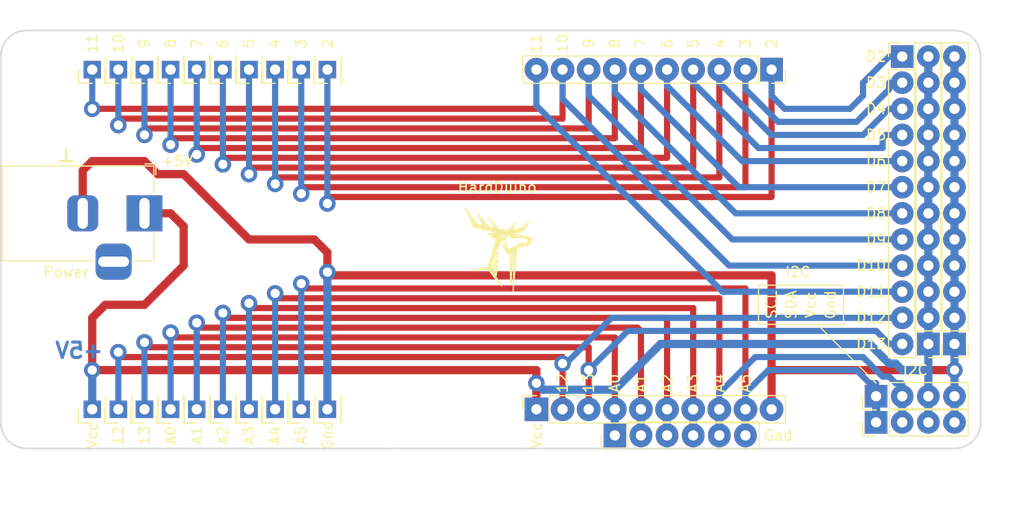
<source format=kicad_pcb>
(kicad_pcb (version 20171130) (host pcbnew "(5.1.4)-1")

  (general
    (thickness 1.6)
    (drawings 80)
    (tracks 199)
    (zones 0)
    (modules 37)
    (nets 22)
  )

  (page A4 portrait)
  (layers
    (0 F.Cu signal)
    (31 B.Cu signal)
    (32 B.Adhes user)
    (33 F.Adhes user)
    (34 B.Paste user)
    (35 F.Paste user)
    (36 B.SilkS user)
    (37 F.SilkS user)
    (38 B.Mask user)
    (39 F.Mask user)
    (40 Dwgs.User user)
    (41 Cmts.User user)
    (42 Eco1.User user)
    (43 Eco2.User user)
    (44 Edge.Cuts user)
    (45 Margin user)
    (46 B.CrtYd user)
    (47 F.CrtYd user)
    (48 B.Fab user)
    (49 F.Fab user)
  )

  (setup
    (last_trace_width 0.25)
    (user_trace_width 0.6)
    (user_trace_width 0.8)
    (user_trace_width 1)
    (trace_clearance 0.2)
    (zone_clearance 0.508)
    (zone_45_only no)
    (trace_min 0.2)
    (via_size 0.8)
    (via_drill 0.4)
    (via_min_size 0.4)
    (via_min_drill 0.3)
    (user_via 0.8 0.4)
    (user_via 1.6 0.9)
    (uvia_size 0.3)
    (uvia_drill 0.1)
    (uvias_allowed no)
    (uvia_min_size 0.2)
    (uvia_min_drill 0.1)
    (edge_width 0.05)
    (segment_width 0.2)
    (pcb_text_width 0.3)
    (pcb_text_size 1.5 1.5)
    (mod_edge_width 0.12)
    (mod_text_size 1 1)
    (mod_text_width 0.15)
    (pad_size 2.2 2.2)
    (pad_drill 1)
    (pad_to_mask_clearance 0.051)
    (solder_mask_min_width 0.25)
    (aux_axis_origin 0 0)
    (visible_elements 7FFFFFFF)
    (pcbplotparams
      (layerselection 0x010fc_ffffffff)
      (usegerberextensions false)
      (usegerberattributes false)
      (usegerberadvancedattributes false)
      (creategerberjobfile false)
      (excludeedgelayer true)
      (linewidth 0.100000)
      (plotframeref false)
      (viasonmask false)
      (mode 1)
      (useauxorigin false)
      (hpglpennumber 1)
      (hpglpenspeed 20)
      (hpglpendiameter 15.000000)
      (psnegative false)
      (psa4output false)
      (plotreference true)
      (plotvalue true)
      (plotinvisibletext false)
      (padsonsilk false)
      (subtractmaskfromsilk false)
      (outputformat 1)
      (mirror false)
      (drillshape 1)
      (scaleselection 1)
      (outputdirectory ""))
  )

  (net 0 "")
  (net 1 VCC)
  (net 2 GND)
  (net 3 "Net-(J29-Pad3)")
  (net 4 /2)
  (net 5 /3)
  (net 6 /4)
  (net 7 /5)
  (net 8 /6)
  (net 9 /7)
  (net 10 /8)
  (net 11 /9)
  (net 12 /10)
  (net 13 /11)
  (net 14 /12)
  (net 15 /13)
  (net 16 /A0)
  (net 17 /A1)
  (net 18 /A2)
  (net 19 /A3)
  (net 20 /A4)
  (net 21 /A5)

  (net_class Default "Это класс цепей по умолчанию."
    (clearance 0.2)
    (trace_width 0.25)
    (via_dia 0.8)
    (via_drill 0.4)
    (uvia_dia 0.3)
    (uvia_drill 0.1)
    (add_net /10)
    (add_net /11)
    (add_net /12)
    (add_net /13)
    (add_net /2)
    (add_net /3)
    (add_net /4)
    (add_net /5)
    (add_net /6)
    (add_net /7)
    (add_net /8)
    (add_net /9)
    (add_net /A0)
    (add_net /A1)
    (add_net /A2)
    (add_net /A3)
    (add_net /A4)
    (add_net /A5)
    (add_net GND)
    (add_net "Net-(J29-Pad3)")
    (add_net VCC)
  )

  (module MountingHole:MountingHole_3.2mm_M3 locked (layer F.Cu) (tedit 56D1B4CB) (tstamp 5D79781E)
    (at 67.31 87.63 90)
    (descr "Mounting Hole 3.2mm, no annular, M3")
    (tags "mounting hole 3.2mm no annular m3")
    (path /5D791BF4)
    (attr virtual)
    (fp_text reference H1 (at -3.81 -4.2 90) (layer F.SilkS) hide
      (effects (font (size 1 1) (thickness 0.15)))
    )
    (fp_text value MountingHole (at 2.54 -5.08 90) (layer F.Fab) hide
      (effects (font (size 1 1) (thickness 0.15)))
    )
    (fp_circle (center 0 0) (end 3.45 0) (layer F.CrtYd) (width 0.05))
    (fp_circle (center 0 0) (end 3.2 0) (layer Cmts.User) (width 0.15))
    (fp_text user %R (at 0.3 0 90) (layer F.Fab)
      (effects (font (size 1 1) (thickness 0.15)))
    )
    (pad 1 np_thru_hole circle (at 0 0 90) (size 3.2 3.2) (drill 3.2) (layers *.Cu *.Mask))
  )

  (module MountingHole:MountingHole_3.2mm_M3 locked (layer F.Cu) (tedit 56D1B4CB) (tstamp 5D797826)
    (at 100.33 87.63 90)
    (descr "Mounting Hole 3.2mm, no annular, M3")
    (tags "mounting hole 3.2mm no annular m3")
    (path /5D793188)
    (attr virtual)
    (fp_text reference H2 (at -3.81 3.81 90) (layer F.SilkS) hide
      (effects (font (size 1 1) (thickness 0.15)))
    )
    (fp_text value MountingHole (at 3.81 5.08 90) (layer F.Fab) hide
      (effects (font (size 1 1) (thickness 0.15)))
    )
    (fp_text user %R (at 0.3 0 90) (layer F.Fab)
      (effects (font (size 1 1) (thickness 0.15)))
    )
    (fp_circle (center 0 0) (end 3.2 0) (layer Cmts.User) (width 0.15))
    (fp_circle (center 0 0) (end 3.45 0) (layer F.CrtYd) (width 0.05))
    (pad 1 np_thru_hole circle (at 0 0 90) (size 3.2 3.2) (drill 3.2) (layers *.Cu *.Mask))
  )

  (module MountingHole:MountingHole_3.2mm_M3 locked (layer F.Cu) (tedit 56D1B4CB) (tstamp 5D79782E)
    (at 67.31 54.61 90)
    (descr "Mounting Hole 3.2mm, no annular, M3")
    (tags "mounting hole 3.2mm no annular m3")
    (path /5D793224)
    (attr virtual)
    (fp_text reference H3 (at 3.81 -3.81 90) (layer F.SilkS) hide
      (effects (font (size 1 1) (thickness 0.15)))
    )
    (fp_text value MountingHole (at -2.54 -5.08 90) (layer F.Fab) hide
      (effects (font (size 1 1) (thickness 0.15)))
    )
    (fp_circle (center 0 0) (end 3.45 0) (layer F.CrtYd) (width 0.05))
    (fp_circle (center 0 0) (end 3.2 0) (layer Cmts.User) (width 0.15))
    (fp_text user %R (at 0.3 0 90) (layer F.Fab)
      (effects (font (size 1 1) (thickness 0.15)))
    )
    (pad 1 np_thru_hole circle (at 0 0 90) (size 3.2 3.2) (drill 3.2) (layers *.Cu *.Mask))
  )

  (module MountingHole:MountingHole_3.2mm_M3 locked (layer F.Cu) (tedit 56D1B4CB) (tstamp 5D797836)
    (at 100.33 54.61 90)
    (descr "Mounting Hole 3.2mm, no annular, M3")
    (tags "mounting hole 3.2mm no annular m3")
    (path /5D7932CC)
    (attr virtual)
    (fp_text reference H4 (at 3.81 3.81 90) (layer F.SilkS) hide
      (effects (font (size 1 1) (thickness 0.15)))
    )
    (fp_text value MountingHole (at -5.08 5.08 90) (layer F.Fab) hide
      (effects (font (size 1 1) (thickness 0.15)))
    )
    (fp_text user %R (at 0 0 90) (layer F.Fab)
      (effects (font (size 1 1) (thickness 0.15)))
    )
    (fp_circle (center 0 0) (end 3.2 0) (layer Cmts.User) (width 0.15))
    (fp_circle (center 0 0) (end 3.45 0) (layer F.CrtYd) (width 0.05))
    (pad 1 np_thru_hole circle (at 0 0 90) (size 3.2 3.2) (drill 3.2) (layers *.Cu *.Mask))
  )

  (module Connector_PinHeader_2.54mm:PinHeader_1x01_P2.54mm_Vertical locked (layer F.Cu) (tedit 59FED5CC) (tstamp 5D79784B)
    (at 95.25 54.61 90)
    (descr "Through hole straight pin header, 1x01, 2.54mm pitch, single row")
    (tags "Through hole pin header THT 1x01 2.54mm single row")
    (path /5D793457)
    (fp_text reference J1 (at -2.54 0 90) (layer F.SilkS) hide
      (effects (font (size 1 1) (thickness 0.15)))
    )
    (fp_text value 2 (at 2.54 0 90) (layer F.Fab)
      (effects (font (size 1 1) (thickness 0.15)))
    )
    (fp_text user %R (at 0 0) (layer F.Fab)
      (effects (font (size 1 1) (thickness 0.15)))
    )
    (fp_line (start 1.8 -1.8) (end -1.8 -1.8) (layer F.CrtYd) (width 0.05))
    (fp_line (start 1.8 1.8) (end 1.8 -1.8) (layer F.CrtYd) (width 0.05))
    (fp_line (start -1.8 1.8) (end 1.8 1.8) (layer F.CrtYd) (width 0.05))
    (fp_line (start -1.8 -1.8) (end -1.8 1.8) (layer F.CrtYd) (width 0.05))
    (fp_line (start -1.33 -1.33) (end 0 -1.33) (layer F.SilkS) (width 0.12))
    (fp_line (start -1.33 0) (end -1.33 -1.33) (layer F.SilkS) (width 0.12))
    (fp_line (start -1.33 1.27) (end 1.33 1.27) (layer F.SilkS) (width 0.12))
    (fp_line (start 1.33 1.27) (end 1.33 1.33) (layer F.SilkS) (width 0.12))
    (fp_line (start -1.33 1.27) (end -1.33 1.33) (layer F.SilkS) (width 0.12))
    (fp_line (start -1.33 1.33) (end 1.33 1.33) (layer F.SilkS) (width 0.12))
    (fp_line (start -1.27 -0.635) (end -0.635 -1.27) (layer F.Fab) (width 0.1))
    (fp_line (start -1.27 1.27) (end -1.27 -0.635) (layer F.Fab) (width 0.1))
    (fp_line (start 1.27 1.27) (end -1.27 1.27) (layer F.Fab) (width 0.1))
    (fp_line (start 1.27 -1.27) (end 1.27 1.27) (layer F.Fab) (width 0.1))
    (fp_line (start -0.635 -1.27) (end 1.27 -1.27) (layer F.Fab) (width 0.1))
    (pad 1 thru_hole rect (at 0 0 90) (size 1.7 1.7) (drill 1) (layers *.Cu *.Mask)
      (net 4 /2))
    (model ${KISYS3DMOD}/Connector_PinHeader_2.54mm.3dshapes/PinHeader_1x01_P2.54mm_Vertical.wrl
      (at (xyz 0 0 0))
      (scale (xyz 1 1 1))
      (rotate (xyz 0 0 0))
    )
  )

  (module Connector_PinHeader_2.54mm:PinHeader_1x01_P2.54mm_Vertical locked (layer F.Cu) (tedit 59FED5CC) (tstamp 5D797860)
    (at 92.71 54.61 90)
    (descr "Through hole straight pin header, 1x01, 2.54mm pitch, single row")
    (tags "Through hole pin header THT 1x01 2.54mm single row")
    (path /5D794940)
    (fp_text reference J2 (at -2.54 0 90) (layer F.SilkS) hide
      (effects (font (size 1 1) (thickness 0.15)))
    )
    (fp_text value 3 (at 2.54 0 90) (layer F.Fab)
      (effects (font (size 1 1) (thickness 0.15)))
    )
    (fp_line (start -0.635 -1.27) (end 1.27 -1.27) (layer F.Fab) (width 0.1))
    (fp_line (start 1.27 -1.27) (end 1.27 1.27) (layer F.Fab) (width 0.1))
    (fp_line (start 1.27 1.27) (end -1.27 1.27) (layer F.Fab) (width 0.1))
    (fp_line (start -1.27 1.27) (end -1.27 -0.635) (layer F.Fab) (width 0.1))
    (fp_line (start -1.27 -0.635) (end -0.635 -1.27) (layer F.Fab) (width 0.1))
    (fp_line (start -1.33 1.33) (end 1.33 1.33) (layer F.SilkS) (width 0.12))
    (fp_line (start -1.33 1.27) (end -1.33 1.33) (layer F.SilkS) (width 0.12))
    (fp_line (start 1.33 1.27) (end 1.33 1.33) (layer F.SilkS) (width 0.12))
    (fp_line (start -1.33 1.27) (end 1.33 1.27) (layer F.SilkS) (width 0.12))
    (fp_line (start -1.33 0) (end -1.33 -1.33) (layer F.SilkS) (width 0.12))
    (fp_line (start -1.33 -1.33) (end 0 -1.33) (layer F.SilkS) (width 0.12))
    (fp_line (start -1.8 -1.8) (end -1.8 1.8) (layer F.CrtYd) (width 0.05))
    (fp_line (start -1.8 1.8) (end 1.8 1.8) (layer F.CrtYd) (width 0.05))
    (fp_line (start 1.8 1.8) (end 1.8 -1.8) (layer F.CrtYd) (width 0.05))
    (fp_line (start 1.8 -1.8) (end -1.8 -1.8) (layer F.CrtYd) (width 0.05))
    (fp_text user %R (at 0 0) (layer F.Fab)
      (effects (font (size 1 1) (thickness 0.15)))
    )
    (pad 1 thru_hole rect (at 0 0 90) (size 1.7 1.7) (drill 1) (layers *.Cu *.Mask)
      (net 5 /3))
    (model ${KISYS3DMOD}/Connector_PinHeader_2.54mm.3dshapes/PinHeader_1x01_P2.54mm_Vertical.wrl
      (at (xyz 0 0 0))
      (scale (xyz 1 1 1))
      (rotate (xyz 0 0 0))
    )
  )

  (module Connector_PinHeader_2.54mm:PinHeader_1x01_P2.54mm_Vertical locked (layer F.Cu) (tedit 59FED5CC) (tstamp 5D797875)
    (at 90.17 54.61 90)
    (descr "Through hole straight pin header, 1x01, 2.54mm pitch, single row")
    (tags "Through hole pin header THT 1x01 2.54mm single row")
    (path /5D794B32)
    (fp_text reference J3 (at -2.54 0 90) (layer F.SilkS) hide
      (effects (font (size 1 1) (thickness 0.15)))
    )
    (fp_text value 4 (at 2.54 0 90) (layer F.Fab)
      (effects (font (size 1 1) (thickness 0.15)))
    )
    (fp_text user %R (at 0 0) (layer F.Fab)
      (effects (font (size 1 1) (thickness 0.15)))
    )
    (fp_line (start 1.8 -1.8) (end -1.8 -1.8) (layer F.CrtYd) (width 0.05))
    (fp_line (start 1.8 1.8) (end 1.8 -1.8) (layer F.CrtYd) (width 0.05))
    (fp_line (start -1.8 1.8) (end 1.8 1.8) (layer F.CrtYd) (width 0.05))
    (fp_line (start -1.8 -1.8) (end -1.8 1.8) (layer F.CrtYd) (width 0.05))
    (fp_line (start -1.33 -1.33) (end 0 -1.33) (layer F.SilkS) (width 0.12))
    (fp_line (start -1.33 0) (end -1.33 -1.33) (layer F.SilkS) (width 0.12))
    (fp_line (start -1.33 1.27) (end 1.33 1.27) (layer F.SilkS) (width 0.12))
    (fp_line (start 1.33 1.27) (end 1.33 1.33) (layer F.SilkS) (width 0.12))
    (fp_line (start -1.33 1.27) (end -1.33 1.33) (layer F.SilkS) (width 0.12))
    (fp_line (start -1.33 1.33) (end 1.33 1.33) (layer F.SilkS) (width 0.12))
    (fp_line (start -1.27 -0.635) (end -0.635 -1.27) (layer F.Fab) (width 0.1))
    (fp_line (start -1.27 1.27) (end -1.27 -0.635) (layer F.Fab) (width 0.1))
    (fp_line (start 1.27 1.27) (end -1.27 1.27) (layer F.Fab) (width 0.1))
    (fp_line (start 1.27 -1.27) (end 1.27 1.27) (layer F.Fab) (width 0.1))
    (fp_line (start -0.635 -1.27) (end 1.27 -1.27) (layer F.Fab) (width 0.1))
    (pad 1 thru_hole rect (at 0 0 90) (size 1.7 1.7) (drill 1) (layers *.Cu *.Mask)
      (net 6 /4))
    (model ${KISYS3DMOD}/Connector_PinHeader_2.54mm.3dshapes/PinHeader_1x01_P2.54mm_Vertical.wrl
      (at (xyz 0 0 0))
      (scale (xyz 1 1 1))
      (rotate (xyz 0 0 0))
    )
  )

  (module Connector_PinHeader_2.54mm:PinHeader_1x01_P2.54mm_Vertical locked (layer F.Cu) (tedit 59FED5CC) (tstamp 5D79788A)
    (at 87.63 54.61 90)
    (descr "Through hole straight pin header, 1x01, 2.54mm pitch, single row")
    (tags "Through hole pin header THT 1x01 2.54mm single row")
    (path /5D794C66)
    (fp_text reference J4 (at -2.54 0 90) (layer F.SilkS) hide
      (effects (font (size 1 1) (thickness 0.15)))
    )
    (fp_text value 5 (at 2.54 0 90) (layer F.Fab)
      (effects (font (size 1 1) (thickness 0.15)))
    )
    (fp_line (start -0.635 -1.27) (end 1.27 -1.27) (layer F.Fab) (width 0.1))
    (fp_line (start 1.27 -1.27) (end 1.27 1.27) (layer F.Fab) (width 0.1))
    (fp_line (start 1.27 1.27) (end -1.27 1.27) (layer F.Fab) (width 0.1))
    (fp_line (start -1.27 1.27) (end -1.27 -0.635) (layer F.Fab) (width 0.1))
    (fp_line (start -1.27 -0.635) (end -0.635 -1.27) (layer F.Fab) (width 0.1))
    (fp_line (start -1.33 1.33) (end 1.33 1.33) (layer F.SilkS) (width 0.12))
    (fp_line (start -1.33 1.27) (end -1.33 1.33) (layer F.SilkS) (width 0.12))
    (fp_line (start 1.33 1.27) (end 1.33 1.33) (layer F.SilkS) (width 0.12))
    (fp_line (start -1.33 1.27) (end 1.33 1.27) (layer F.SilkS) (width 0.12))
    (fp_line (start -1.33 0) (end -1.33 -1.33) (layer F.SilkS) (width 0.12))
    (fp_line (start -1.33 -1.33) (end 0 -1.33) (layer F.SilkS) (width 0.12))
    (fp_line (start -1.8 -1.8) (end -1.8 1.8) (layer F.CrtYd) (width 0.05))
    (fp_line (start -1.8 1.8) (end 1.8 1.8) (layer F.CrtYd) (width 0.05))
    (fp_line (start 1.8 1.8) (end 1.8 -1.8) (layer F.CrtYd) (width 0.05))
    (fp_line (start 1.8 -1.8) (end -1.8 -1.8) (layer F.CrtYd) (width 0.05))
    (fp_text user %R (at 0 0) (layer F.Fab)
      (effects (font (size 1 1) (thickness 0.15)))
    )
    (pad 1 thru_hole rect (at 0 0 90) (size 1.7 1.7) (drill 1) (layers *.Cu *.Mask)
      (net 7 /5))
    (model ${KISYS3DMOD}/Connector_PinHeader_2.54mm.3dshapes/PinHeader_1x01_P2.54mm_Vertical.wrl
      (at (xyz 0 0 0))
      (scale (xyz 1 1 1))
      (rotate (xyz 0 0 0))
    )
  )

  (module Connector_PinHeader_2.54mm:PinHeader_1x01_P2.54mm_Vertical locked (layer F.Cu) (tedit 59FED5CC) (tstamp 5D79789F)
    (at 85.09 54.61 90)
    (descr "Through hole straight pin header, 1x01, 2.54mm pitch, single row")
    (tags "Through hole pin header THT 1x01 2.54mm single row")
    (path /5D794EF4)
    (fp_text reference J5 (at -2.54 0 90) (layer F.SilkS) hide
      (effects (font (size 1 1) (thickness 0.15)))
    )
    (fp_text value 6 (at 2.54 0 90) (layer F.Fab)
      (effects (font (size 1 1) (thickness 0.15)))
    )
    (fp_text user %R (at 0 0) (layer F.Fab)
      (effects (font (size 1 1) (thickness 0.15)))
    )
    (fp_line (start 1.8 -1.8) (end -1.8 -1.8) (layer F.CrtYd) (width 0.05))
    (fp_line (start 1.8 1.8) (end 1.8 -1.8) (layer F.CrtYd) (width 0.05))
    (fp_line (start -1.8 1.8) (end 1.8 1.8) (layer F.CrtYd) (width 0.05))
    (fp_line (start -1.8 -1.8) (end -1.8 1.8) (layer F.CrtYd) (width 0.05))
    (fp_line (start -1.33 -1.33) (end 0 -1.33) (layer F.SilkS) (width 0.12))
    (fp_line (start -1.33 0) (end -1.33 -1.33) (layer F.SilkS) (width 0.12))
    (fp_line (start -1.33 1.27) (end 1.33 1.27) (layer F.SilkS) (width 0.12))
    (fp_line (start 1.33 1.27) (end 1.33 1.33) (layer F.SilkS) (width 0.12))
    (fp_line (start -1.33 1.27) (end -1.33 1.33) (layer F.SilkS) (width 0.12))
    (fp_line (start -1.33 1.33) (end 1.33 1.33) (layer F.SilkS) (width 0.12))
    (fp_line (start -1.27 -0.635) (end -0.635 -1.27) (layer F.Fab) (width 0.1))
    (fp_line (start -1.27 1.27) (end -1.27 -0.635) (layer F.Fab) (width 0.1))
    (fp_line (start 1.27 1.27) (end -1.27 1.27) (layer F.Fab) (width 0.1))
    (fp_line (start 1.27 -1.27) (end 1.27 1.27) (layer F.Fab) (width 0.1))
    (fp_line (start -0.635 -1.27) (end 1.27 -1.27) (layer F.Fab) (width 0.1))
    (pad 1 thru_hole rect (at 0 0 90) (size 1.7 1.7) (drill 1) (layers *.Cu *.Mask)
      (net 8 /6))
    (model ${KISYS3DMOD}/Connector_PinHeader_2.54mm.3dshapes/PinHeader_1x01_P2.54mm_Vertical.wrl
      (at (xyz 0 0 0))
      (scale (xyz 1 1 1))
      (rotate (xyz 0 0 0))
    )
  )

  (module Connector_PinHeader_2.54mm:PinHeader_1x01_P2.54mm_Vertical locked (layer F.Cu) (tedit 59FED5CC) (tstamp 5D7978B4)
    (at 82.55 54.61 90)
    (descr "Through hole straight pin header, 1x01, 2.54mm pitch, single row")
    (tags "Through hole pin header THT 1x01 2.54mm single row")
    (path /5D795168)
    (fp_text reference J6 (at -2.54 0 90) (layer F.SilkS) hide
      (effects (font (size 1 1) (thickness 0.15)))
    )
    (fp_text value 7 (at 2.54 0 90) (layer F.Fab)
      (effects (font (size 1 1) (thickness 0.15)))
    )
    (fp_line (start -0.635 -1.27) (end 1.27 -1.27) (layer F.Fab) (width 0.1))
    (fp_line (start 1.27 -1.27) (end 1.27 1.27) (layer F.Fab) (width 0.1))
    (fp_line (start 1.27 1.27) (end -1.27 1.27) (layer F.Fab) (width 0.1))
    (fp_line (start -1.27 1.27) (end -1.27 -0.635) (layer F.Fab) (width 0.1))
    (fp_line (start -1.27 -0.635) (end -0.635 -1.27) (layer F.Fab) (width 0.1))
    (fp_line (start -1.33 1.33) (end 1.33 1.33) (layer F.SilkS) (width 0.12))
    (fp_line (start -1.33 1.27) (end -1.33 1.33) (layer F.SilkS) (width 0.12))
    (fp_line (start 1.33 1.27) (end 1.33 1.33) (layer F.SilkS) (width 0.12))
    (fp_line (start -1.33 1.27) (end 1.33 1.27) (layer F.SilkS) (width 0.12))
    (fp_line (start -1.33 0) (end -1.33 -1.33) (layer F.SilkS) (width 0.12))
    (fp_line (start -1.33 -1.33) (end 0 -1.33) (layer F.SilkS) (width 0.12))
    (fp_line (start -1.8 -1.8) (end -1.8 1.8) (layer F.CrtYd) (width 0.05))
    (fp_line (start -1.8 1.8) (end 1.8 1.8) (layer F.CrtYd) (width 0.05))
    (fp_line (start 1.8 1.8) (end 1.8 -1.8) (layer F.CrtYd) (width 0.05))
    (fp_line (start 1.8 -1.8) (end -1.8 -1.8) (layer F.CrtYd) (width 0.05))
    (fp_text user %R (at 0 0) (layer F.Fab)
      (effects (font (size 1 1) (thickness 0.15)))
    )
    (pad 1 thru_hole rect (at 0 0 90) (size 1.7 1.7) (drill 1) (layers *.Cu *.Mask)
      (net 9 /7))
    (model ${KISYS3DMOD}/Connector_PinHeader_2.54mm.3dshapes/PinHeader_1x01_P2.54mm_Vertical.wrl
      (at (xyz 0 0 0))
      (scale (xyz 1 1 1))
      (rotate (xyz 0 0 0))
    )
  )

  (module Connector_PinHeader_2.54mm:PinHeader_1x01_P2.54mm_Vertical locked (layer F.Cu) (tedit 59FED5CC) (tstamp 5D7978C9)
    (at 80.01 54.61 90)
    (descr "Through hole straight pin header, 1x01, 2.54mm pitch, single row")
    (tags "Through hole pin header THT 1x01 2.54mm single row")
    (path /5D795340)
    (fp_text reference J7 (at -2.54 0 90) (layer F.SilkS) hide
      (effects (font (size 1 1) (thickness 0.15)))
    )
    (fp_text value 8 (at 2.54 0 90) (layer F.Fab)
      (effects (font (size 1 1) (thickness 0.15)))
    )
    (fp_text user %R (at 0 0) (layer F.Fab)
      (effects (font (size 1 1) (thickness 0.15)))
    )
    (fp_line (start 1.8 -1.8) (end -1.8 -1.8) (layer F.CrtYd) (width 0.05))
    (fp_line (start 1.8 1.8) (end 1.8 -1.8) (layer F.CrtYd) (width 0.05))
    (fp_line (start -1.8 1.8) (end 1.8 1.8) (layer F.CrtYd) (width 0.05))
    (fp_line (start -1.8 -1.8) (end -1.8 1.8) (layer F.CrtYd) (width 0.05))
    (fp_line (start -1.33 -1.33) (end 0 -1.33) (layer F.SilkS) (width 0.12))
    (fp_line (start -1.33 0) (end -1.33 -1.33) (layer F.SilkS) (width 0.12))
    (fp_line (start -1.33 1.27) (end 1.33 1.27) (layer F.SilkS) (width 0.12))
    (fp_line (start 1.33 1.27) (end 1.33 1.33) (layer F.SilkS) (width 0.12))
    (fp_line (start -1.33 1.27) (end -1.33 1.33) (layer F.SilkS) (width 0.12))
    (fp_line (start -1.33 1.33) (end 1.33 1.33) (layer F.SilkS) (width 0.12))
    (fp_line (start -1.27 -0.635) (end -0.635 -1.27) (layer F.Fab) (width 0.1))
    (fp_line (start -1.27 1.27) (end -1.27 -0.635) (layer F.Fab) (width 0.1))
    (fp_line (start 1.27 1.27) (end -1.27 1.27) (layer F.Fab) (width 0.1))
    (fp_line (start 1.27 -1.27) (end 1.27 1.27) (layer F.Fab) (width 0.1))
    (fp_line (start -0.635 -1.27) (end 1.27 -1.27) (layer F.Fab) (width 0.1))
    (pad 1 thru_hole rect (at 0 0 90) (size 1.7 1.7) (drill 1) (layers *.Cu *.Mask)
      (net 10 /8))
    (model ${KISYS3DMOD}/Connector_PinHeader_2.54mm.3dshapes/PinHeader_1x01_P2.54mm_Vertical.wrl
      (at (xyz 0 0 0))
      (scale (xyz 1 1 1))
      (rotate (xyz 0 0 0))
    )
  )

  (module Connector_PinHeader_2.54mm:PinHeader_1x01_P2.54mm_Vertical locked (layer F.Cu) (tedit 59FED5CC) (tstamp 5D7978DE)
    (at 77.47 54.61 90)
    (descr "Through hole straight pin header, 1x01, 2.54mm pitch, single row")
    (tags "Through hole pin header THT 1x01 2.54mm single row")
    (path /5D7955DE)
    (fp_text reference J8 (at -2.54 0 90) (layer F.SilkS) hide
      (effects (font (size 1 1) (thickness 0.15)))
    )
    (fp_text value 9 (at 2.54 0 90) (layer F.Fab)
      (effects (font (size 1 1) (thickness 0.15)))
    )
    (fp_line (start -0.635 -1.27) (end 1.27 -1.27) (layer F.Fab) (width 0.1))
    (fp_line (start 1.27 -1.27) (end 1.27 1.27) (layer F.Fab) (width 0.1))
    (fp_line (start 1.27 1.27) (end -1.27 1.27) (layer F.Fab) (width 0.1))
    (fp_line (start -1.27 1.27) (end -1.27 -0.635) (layer F.Fab) (width 0.1))
    (fp_line (start -1.27 -0.635) (end -0.635 -1.27) (layer F.Fab) (width 0.1))
    (fp_line (start -1.33 1.33) (end 1.33 1.33) (layer F.SilkS) (width 0.12))
    (fp_line (start -1.33 1.27) (end -1.33 1.33) (layer F.SilkS) (width 0.12))
    (fp_line (start 1.33 1.27) (end 1.33 1.33) (layer F.SilkS) (width 0.12))
    (fp_line (start -1.33 1.27) (end 1.33 1.27) (layer F.SilkS) (width 0.12))
    (fp_line (start -1.33 0) (end -1.33 -1.33) (layer F.SilkS) (width 0.12))
    (fp_line (start -1.33 -1.33) (end 0 -1.33) (layer F.SilkS) (width 0.12))
    (fp_line (start -1.8 -1.8) (end -1.8 1.8) (layer F.CrtYd) (width 0.05))
    (fp_line (start -1.8 1.8) (end 1.8 1.8) (layer F.CrtYd) (width 0.05))
    (fp_line (start 1.8 1.8) (end 1.8 -1.8) (layer F.CrtYd) (width 0.05))
    (fp_line (start 1.8 -1.8) (end -1.8 -1.8) (layer F.CrtYd) (width 0.05))
    (fp_text user %R (at 0 0) (layer F.Fab)
      (effects (font (size 1 1) (thickness 0.15)))
    )
    (pad 1 thru_hole rect (at 0 0 90) (size 1.7 1.7) (drill 1) (layers *.Cu *.Mask)
      (net 11 /9))
    (model ${KISYS3DMOD}/Connector_PinHeader_2.54mm.3dshapes/PinHeader_1x01_P2.54mm_Vertical.wrl
      (at (xyz 0 0 0))
      (scale (xyz 1 1 1))
      (rotate (xyz 0 0 0))
    )
  )

  (module Connector_PinHeader_2.54mm:PinHeader_1x01_P2.54mm_Vertical locked (layer F.Cu) (tedit 59FED5CC) (tstamp 5D7978F3)
    (at 74.93 54.61 90)
    (descr "Through hole straight pin header, 1x01, 2.54mm pitch, single row")
    (tags "Through hole pin header THT 1x01 2.54mm single row")
    (path /5D7957DA)
    (fp_text reference J9 (at -2.54 0 90) (layer F.SilkS) hide
      (effects (font (size 1 1) (thickness 0.15)))
    )
    (fp_text value 10 (at 2.54 0 90) (layer F.Fab)
      (effects (font (size 1 1) (thickness 0.15)))
    )
    (fp_text user %R (at 0 0) (layer F.Fab)
      (effects (font (size 1 1) (thickness 0.15)))
    )
    (fp_line (start 1.8 -1.8) (end -1.8 -1.8) (layer F.CrtYd) (width 0.05))
    (fp_line (start 1.8 1.8) (end 1.8 -1.8) (layer F.CrtYd) (width 0.05))
    (fp_line (start -1.8 1.8) (end 1.8 1.8) (layer F.CrtYd) (width 0.05))
    (fp_line (start -1.8 -1.8) (end -1.8 1.8) (layer F.CrtYd) (width 0.05))
    (fp_line (start -1.33 -1.33) (end 0 -1.33) (layer F.SilkS) (width 0.12))
    (fp_line (start -1.33 0) (end -1.33 -1.33) (layer F.SilkS) (width 0.12))
    (fp_line (start -1.33 1.27) (end 1.33 1.27) (layer F.SilkS) (width 0.12))
    (fp_line (start 1.33 1.27) (end 1.33 1.33) (layer F.SilkS) (width 0.12))
    (fp_line (start -1.33 1.27) (end -1.33 1.33) (layer F.SilkS) (width 0.12))
    (fp_line (start -1.33 1.33) (end 1.33 1.33) (layer F.SilkS) (width 0.12))
    (fp_line (start -1.27 -0.635) (end -0.635 -1.27) (layer F.Fab) (width 0.1))
    (fp_line (start -1.27 1.27) (end -1.27 -0.635) (layer F.Fab) (width 0.1))
    (fp_line (start 1.27 1.27) (end -1.27 1.27) (layer F.Fab) (width 0.1))
    (fp_line (start 1.27 -1.27) (end 1.27 1.27) (layer F.Fab) (width 0.1))
    (fp_line (start -0.635 -1.27) (end 1.27 -1.27) (layer F.Fab) (width 0.1))
    (pad 1 thru_hole rect (at 0 0 90) (size 1.7 1.7) (drill 1) (layers *.Cu *.Mask)
      (net 12 /10))
    (model ${KISYS3DMOD}/Connector_PinHeader_2.54mm.3dshapes/PinHeader_1x01_P2.54mm_Vertical.wrl
      (at (xyz 0 0 0))
      (scale (xyz 1 1 1))
      (rotate (xyz 0 0 0))
    )
  )

  (module Connector_PinHeader_2.54mm:PinHeader_1x01_P2.54mm_Vertical locked (layer F.Cu) (tedit 59FED5CC) (tstamp 5D797908)
    (at 72.39 54.61 90)
    (descr "Through hole straight pin header, 1x01, 2.54mm pitch, single row")
    (tags "Through hole pin header THT 1x01 2.54mm single row")
    (path /5D795810)
    (fp_text reference J10 (at -2.54 0 90) (layer F.SilkS) hide
      (effects (font (size 1 1) (thickness 0.15)))
    )
    (fp_text value 11 (at 2.54 0 90) (layer F.Fab)
      (effects (font (size 1 1) (thickness 0.15)))
    )
    (fp_line (start -0.635 -1.27) (end 1.27 -1.27) (layer F.Fab) (width 0.1))
    (fp_line (start 1.27 -1.27) (end 1.27 1.27) (layer F.Fab) (width 0.1))
    (fp_line (start 1.27 1.27) (end -1.27 1.27) (layer F.Fab) (width 0.1))
    (fp_line (start -1.27 1.27) (end -1.27 -0.635) (layer F.Fab) (width 0.1))
    (fp_line (start -1.27 -0.635) (end -0.635 -1.27) (layer F.Fab) (width 0.1))
    (fp_line (start -1.33 1.33) (end 1.33 1.33) (layer F.SilkS) (width 0.12))
    (fp_line (start -1.33 1.27) (end -1.33 1.33) (layer F.SilkS) (width 0.12))
    (fp_line (start 1.33 1.27) (end 1.33 1.33) (layer F.SilkS) (width 0.12))
    (fp_line (start -1.33 1.27) (end 1.33 1.27) (layer F.SilkS) (width 0.12))
    (fp_line (start -1.33 0) (end -1.33 -1.33) (layer F.SilkS) (width 0.12))
    (fp_line (start -1.33 -1.33) (end 0 -1.33) (layer F.SilkS) (width 0.12))
    (fp_line (start -1.8 -1.8) (end -1.8 1.8) (layer F.CrtYd) (width 0.05))
    (fp_line (start -1.8 1.8) (end 1.8 1.8) (layer F.CrtYd) (width 0.05))
    (fp_line (start 1.8 1.8) (end 1.8 -1.8) (layer F.CrtYd) (width 0.05))
    (fp_line (start 1.8 -1.8) (end -1.8 -1.8) (layer F.CrtYd) (width 0.05))
    (fp_text user %R (at 0 0) (layer F.Fab)
      (effects (font (size 1 1) (thickness 0.15)))
    )
    (pad 1 thru_hole rect (at 0 0 90) (size 1.7 1.7) (drill 1) (layers *.Cu *.Mask)
      (net 13 /11))
    (model ${KISYS3DMOD}/Connector_PinHeader_2.54mm.3dshapes/PinHeader_1x01_P2.54mm_Vertical.wrl
      (at (xyz 0 0 0))
      (scale (xyz 1 1 1))
      (rotate (xyz 0 0 0))
    )
  )

  (module Connector_PinHeader_2.54mm:PinHeader_1x01_P2.54mm_Vertical locked (layer F.Cu) (tedit 59FED5CC) (tstamp 5D79791D)
    (at 74.93 87.63 90)
    (descr "Through hole straight pin header, 1x01, 2.54mm pitch, single row")
    (tags "Through hole pin header THT 1x01 2.54mm single row")
    (path /5D7959D6)
    (fp_text reference J11 (at 3.175 0 90) (layer F.SilkS) hide
      (effects (font (size 1 1) (thickness 0.15)))
    )
    (fp_text value 12 (at -2.54 0 90) (layer F.Fab)
      (effects (font (size 1 1) (thickness 0.15)))
    )
    (fp_text user %R (at 0 0) (layer F.Fab)
      (effects (font (size 1 1) (thickness 0.15)))
    )
    (fp_line (start 1.8 -1.8) (end -1.8 -1.8) (layer F.CrtYd) (width 0.05))
    (fp_line (start 1.8 1.8) (end 1.8 -1.8) (layer F.CrtYd) (width 0.05))
    (fp_line (start -1.8 1.8) (end 1.8 1.8) (layer F.CrtYd) (width 0.05))
    (fp_line (start -1.8 -1.8) (end -1.8 1.8) (layer F.CrtYd) (width 0.05))
    (fp_line (start -1.33 -1.33) (end 0 -1.33) (layer F.SilkS) (width 0.12))
    (fp_line (start -1.33 0) (end -1.33 -1.33) (layer F.SilkS) (width 0.12))
    (fp_line (start -1.33 1.27) (end 1.33 1.27) (layer F.SilkS) (width 0.12))
    (fp_line (start 1.33 1.27) (end 1.33 1.33) (layer F.SilkS) (width 0.12))
    (fp_line (start -1.33 1.27) (end -1.33 1.33) (layer F.SilkS) (width 0.12))
    (fp_line (start -1.33 1.33) (end 1.33 1.33) (layer F.SilkS) (width 0.12))
    (fp_line (start -1.27 -0.635) (end -0.635 -1.27) (layer F.Fab) (width 0.1))
    (fp_line (start -1.27 1.27) (end -1.27 -0.635) (layer F.Fab) (width 0.1))
    (fp_line (start 1.27 1.27) (end -1.27 1.27) (layer F.Fab) (width 0.1))
    (fp_line (start 1.27 -1.27) (end 1.27 1.27) (layer F.Fab) (width 0.1))
    (fp_line (start -0.635 -1.27) (end 1.27 -1.27) (layer F.Fab) (width 0.1))
    (pad 1 thru_hole rect (at 0 0 90) (size 1.7 1.7) (drill 1) (layers *.Cu *.Mask)
      (net 14 /12))
    (model ${KISYS3DMOD}/Connector_PinHeader_2.54mm.3dshapes/PinHeader_1x01_P2.54mm_Vertical.wrl
      (at (xyz 0 0 0))
      (scale (xyz 1 1 1))
      (rotate (xyz 0 0 0))
    )
  )

  (module Connector_PinHeader_2.54mm:PinHeader_1x01_P2.54mm_Vertical locked (layer F.Cu) (tedit 59FED5CC) (tstamp 5D797932)
    (at 77.47 87.63 90)
    (descr "Through hole straight pin header, 1x01, 2.54mm pitch, single row")
    (tags "Through hole pin header THT 1x01 2.54mm single row")
    (path /5D79744D)
    (fp_text reference J12 (at 3.175 0 90) (layer F.SilkS) hide
      (effects (font (size 1 1) (thickness 0.15)))
    )
    (fp_text value 13 (at -2.54 0 90) (layer F.Fab)
      (effects (font (size 1 1) (thickness 0.15)))
    )
    (fp_line (start -0.635 -1.27) (end 1.27 -1.27) (layer F.Fab) (width 0.1))
    (fp_line (start 1.27 -1.27) (end 1.27 1.27) (layer F.Fab) (width 0.1))
    (fp_line (start 1.27 1.27) (end -1.27 1.27) (layer F.Fab) (width 0.1))
    (fp_line (start -1.27 1.27) (end -1.27 -0.635) (layer F.Fab) (width 0.1))
    (fp_line (start -1.27 -0.635) (end -0.635 -1.27) (layer F.Fab) (width 0.1))
    (fp_line (start -1.33 1.33) (end 1.33 1.33) (layer F.SilkS) (width 0.12))
    (fp_line (start -1.33 1.27) (end -1.33 1.33) (layer F.SilkS) (width 0.12))
    (fp_line (start 1.33 1.27) (end 1.33 1.33) (layer F.SilkS) (width 0.12))
    (fp_line (start -1.33 1.27) (end 1.33 1.27) (layer F.SilkS) (width 0.12))
    (fp_line (start -1.33 0) (end -1.33 -1.33) (layer F.SilkS) (width 0.12))
    (fp_line (start -1.33 -1.33) (end 0 -1.33) (layer F.SilkS) (width 0.12))
    (fp_line (start -1.8 -1.8) (end -1.8 1.8) (layer F.CrtYd) (width 0.05))
    (fp_line (start -1.8 1.8) (end 1.8 1.8) (layer F.CrtYd) (width 0.05))
    (fp_line (start 1.8 1.8) (end 1.8 -1.8) (layer F.CrtYd) (width 0.05))
    (fp_line (start 1.8 -1.8) (end -1.8 -1.8) (layer F.CrtYd) (width 0.05))
    (fp_text user %R (at 0 0) (layer F.Fab)
      (effects (font (size 1 1) (thickness 0.15)))
    )
    (pad 1 thru_hole rect (at 0 0 90) (size 1.7 1.7) (drill 1) (layers *.Cu *.Mask)
      (net 15 /13))
    (model ${KISYS3DMOD}/Connector_PinHeader_2.54mm.3dshapes/PinHeader_1x01_P2.54mm_Vertical.wrl
      (at (xyz 0 0 0))
      (scale (xyz 1 1 1))
      (rotate (xyz 0 0 0))
    )
  )

  (module Connector_PinHeader_2.54mm:PinHeader_1x01_P2.54mm_Vertical locked (layer F.Cu) (tedit 59FED5CC) (tstamp 5D797947)
    (at 80.01 87.63 90)
    (descr "Through hole straight pin header, 1x01, 2.54mm pitch, single row")
    (tags "Through hole pin header THT 1x01 2.54mm single row")
    (path /5D795BCF)
    (fp_text reference J13 (at 3.175 0 90) (layer F.SilkS) hide
      (effects (font (size 1 1) (thickness 0.15)))
    )
    (fp_text value A0 (at -2.54 0 90) (layer F.Fab)
      (effects (font (size 1 1) (thickness 0.15)))
    )
    (fp_line (start -0.635 -1.27) (end 1.27 -1.27) (layer F.Fab) (width 0.1))
    (fp_line (start 1.27 -1.27) (end 1.27 1.27) (layer F.Fab) (width 0.1))
    (fp_line (start 1.27 1.27) (end -1.27 1.27) (layer F.Fab) (width 0.1))
    (fp_line (start -1.27 1.27) (end -1.27 -0.635) (layer F.Fab) (width 0.1))
    (fp_line (start -1.27 -0.635) (end -0.635 -1.27) (layer F.Fab) (width 0.1))
    (fp_line (start -1.33 1.33) (end 1.33 1.33) (layer F.SilkS) (width 0.12))
    (fp_line (start -1.33 1.27) (end -1.33 1.33) (layer F.SilkS) (width 0.12))
    (fp_line (start 1.33 1.27) (end 1.33 1.33) (layer F.SilkS) (width 0.12))
    (fp_line (start -1.33 1.27) (end 1.33 1.27) (layer F.SilkS) (width 0.12))
    (fp_line (start -1.33 0) (end -1.33 -1.33) (layer F.SilkS) (width 0.12))
    (fp_line (start -1.33 -1.33) (end 0 -1.33) (layer F.SilkS) (width 0.12))
    (fp_line (start -1.8 -1.8) (end -1.8 1.8) (layer F.CrtYd) (width 0.05))
    (fp_line (start -1.8 1.8) (end 1.8 1.8) (layer F.CrtYd) (width 0.05))
    (fp_line (start 1.8 1.8) (end 1.8 -1.8) (layer F.CrtYd) (width 0.05))
    (fp_line (start 1.8 -1.8) (end -1.8 -1.8) (layer F.CrtYd) (width 0.05))
    (fp_text user %R (at 0 0) (layer F.Fab)
      (effects (font (size 1 1) (thickness 0.15)))
    )
    (pad 1 thru_hole rect (at 0 0 90) (size 1.7 1.7) (drill 1) (layers *.Cu *.Mask)
      (net 16 /A0))
    (model ${KISYS3DMOD}/Connector_PinHeader_2.54mm.3dshapes/PinHeader_1x01_P2.54mm_Vertical.wrl
      (at (xyz 0 0 0))
      (scale (xyz 1 1 1))
      (rotate (xyz 0 0 0))
    )
  )

  (module Connector_PinHeader_2.54mm:PinHeader_1x01_P2.54mm_Vertical locked (layer F.Cu) (tedit 59FED5CC) (tstamp 5D79795C)
    (at 82.55 87.63 90)
    (descr "Through hole straight pin header, 1x01, 2.54mm pitch, single row")
    (tags "Through hole pin header THT 1x01 2.54mm single row")
    (path /5D7961B8)
    (fp_text reference J14 (at 3.175 0 90) (layer F.SilkS) hide
      (effects (font (size 1 1) (thickness 0.15)))
    )
    (fp_text value A1 (at -2.54 0 90) (layer F.Fab)
      (effects (font (size 1 1) (thickness 0.15)))
    )
    (fp_text user %R (at 0 0) (layer F.Fab)
      (effects (font (size 1 1) (thickness 0.15)))
    )
    (fp_line (start 1.8 -1.8) (end -1.8 -1.8) (layer F.CrtYd) (width 0.05))
    (fp_line (start 1.8 1.8) (end 1.8 -1.8) (layer F.CrtYd) (width 0.05))
    (fp_line (start -1.8 1.8) (end 1.8 1.8) (layer F.CrtYd) (width 0.05))
    (fp_line (start -1.8 -1.8) (end -1.8 1.8) (layer F.CrtYd) (width 0.05))
    (fp_line (start -1.33 -1.33) (end 0 -1.33) (layer F.SilkS) (width 0.12))
    (fp_line (start -1.33 0) (end -1.33 -1.33) (layer F.SilkS) (width 0.12))
    (fp_line (start -1.33 1.27) (end 1.33 1.27) (layer F.SilkS) (width 0.12))
    (fp_line (start 1.33 1.27) (end 1.33 1.33) (layer F.SilkS) (width 0.12))
    (fp_line (start -1.33 1.27) (end -1.33 1.33) (layer F.SilkS) (width 0.12))
    (fp_line (start -1.33 1.33) (end 1.33 1.33) (layer F.SilkS) (width 0.12))
    (fp_line (start -1.27 -0.635) (end -0.635 -1.27) (layer F.Fab) (width 0.1))
    (fp_line (start -1.27 1.27) (end -1.27 -0.635) (layer F.Fab) (width 0.1))
    (fp_line (start 1.27 1.27) (end -1.27 1.27) (layer F.Fab) (width 0.1))
    (fp_line (start 1.27 -1.27) (end 1.27 1.27) (layer F.Fab) (width 0.1))
    (fp_line (start -0.635 -1.27) (end 1.27 -1.27) (layer F.Fab) (width 0.1))
    (pad 1 thru_hole rect (at 0 0 90) (size 1.7 1.7) (drill 1) (layers *.Cu *.Mask)
      (net 17 /A1))
    (model ${KISYS3DMOD}/Connector_PinHeader_2.54mm.3dshapes/PinHeader_1x01_P2.54mm_Vertical.wrl
      (at (xyz 0 0 0))
      (scale (xyz 1 1 1))
      (rotate (xyz 0 0 0))
    )
  )

  (module Connector_PinHeader_2.54mm:PinHeader_1x01_P2.54mm_Vertical locked (layer F.Cu) (tedit 59FED5CC) (tstamp 5D797971)
    (at 85.09 87.63 90)
    (descr "Through hole straight pin header, 1x01, 2.54mm pitch, single row")
    (tags "Through hole pin header THT 1x01 2.54mm single row")
    (path /5D7963EC)
    (fp_text reference J15 (at 3.175 0 90) (layer F.SilkS) hide
      (effects (font (size 1 1) (thickness 0.15)))
    )
    (fp_text value A2 (at -2.54 0 90) (layer F.Fab)
      (effects (font (size 1 1) (thickness 0.15)))
    )
    (fp_line (start -0.635 -1.27) (end 1.27 -1.27) (layer F.Fab) (width 0.1))
    (fp_line (start 1.27 -1.27) (end 1.27 1.27) (layer F.Fab) (width 0.1))
    (fp_line (start 1.27 1.27) (end -1.27 1.27) (layer F.Fab) (width 0.1))
    (fp_line (start -1.27 1.27) (end -1.27 -0.635) (layer F.Fab) (width 0.1))
    (fp_line (start -1.27 -0.635) (end -0.635 -1.27) (layer F.Fab) (width 0.1))
    (fp_line (start -1.33 1.33) (end 1.33 1.33) (layer F.SilkS) (width 0.12))
    (fp_line (start -1.33 1.27) (end -1.33 1.33) (layer F.SilkS) (width 0.12))
    (fp_line (start 1.33 1.27) (end 1.33 1.33) (layer F.SilkS) (width 0.12))
    (fp_line (start -1.33 1.27) (end 1.33 1.27) (layer F.SilkS) (width 0.12))
    (fp_line (start -1.33 0) (end -1.33 -1.33) (layer F.SilkS) (width 0.12))
    (fp_line (start -1.33 -1.33) (end 0 -1.33) (layer F.SilkS) (width 0.12))
    (fp_line (start -1.8 -1.8) (end -1.8 1.8) (layer F.CrtYd) (width 0.05))
    (fp_line (start -1.8 1.8) (end 1.8 1.8) (layer F.CrtYd) (width 0.05))
    (fp_line (start 1.8 1.8) (end 1.8 -1.8) (layer F.CrtYd) (width 0.05))
    (fp_line (start 1.8 -1.8) (end -1.8 -1.8) (layer F.CrtYd) (width 0.05))
    (fp_text user %R (at 0 0) (layer F.Fab)
      (effects (font (size 1 1) (thickness 0.15)))
    )
    (pad 1 thru_hole rect (at 0 0 90) (size 1.7 1.7) (drill 1) (layers *.Cu *.Mask)
      (net 18 /A2))
    (model ${KISYS3DMOD}/Connector_PinHeader_2.54mm.3dshapes/PinHeader_1x01_P2.54mm_Vertical.wrl
      (at (xyz 0 0 0))
      (scale (xyz 1 1 1))
      (rotate (xyz 0 0 0))
    )
  )

  (module Connector_PinHeader_2.54mm:PinHeader_1x01_P2.54mm_Vertical locked (layer F.Cu) (tedit 59FED5CC) (tstamp 5D797986)
    (at 87.63 87.63 90)
    (descr "Through hole straight pin header, 1x01, 2.54mm pitch, single row")
    (tags "Through hole pin header THT 1x01 2.54mm single row")
    (path /5D7965E2)
    (fp_text reference J16 (at 3.175 0 90) (layer F.SilkS) hide
      (effects (font (size 1 1) (thickness 0.15)))
    )
    (fp_text value A3 (at -2.54 0 90) (layer F.Fab)
      (effects (font (size 1 1) (thickness 0.15)))
    )
    (fp_text user %R (at 0 0) (layer F.Fab)
      (effects (font (size 1 1) (thickness 0.15)))
    )
    (fp_line (start 1.8 -1.8) (end -1.8 -1.8) (layer F.CrtYd) (width 0.05))
    (fp_line (start 1.8 1.8) (end 1.8 -1.8) (layer F.CrtYd) (width 0.05))
    (fp_line (start -1.8 1.8) (end 1.8 1.8) (layer F.CrtYd) (width 0.05))
    (fp_line (start -1.8 -1.8) (end -1.8 1.8) (layer F.CrtYd) (width 0.05))
    (fp_line (start -1.33 -1.33) (end 0 -1.33) (layer F.SilkS) (width 0.12))
    (fp_line (start -1.33 0) (end -1.33 -1.33) (layer F.SilkS) (width 0.12))
    (fp_line (start -1.33 1.27) (end 1.33 1.27) (layer F.SilkS) (width 0.12))
    (fp_line (start 1.33 1.27) (end 1.33 1.33) (layer F.SilkS) (width 0.12))
    (fp_line (start -1.33 1.27) (end -1.33 1.33) (layer F.SilkS) (width 0.12))
    (fp_line (start -1.33 1.33) (end 1.33 1.33) (layer F.SilkS) (width 0.12))
    (fp_line (start -1.27 -0.635) (end -0.635 -1.27) (layer F.Fab) (width 0.1))
    (fp_line (start -1.27 1.27) (end -1.27 -0.635) (layer F.Fab) (width 0.1))
    (fp_line (start 1.27 1.27) (end -1.27 1.27) (layer F.Fab) (width 0.1))
    (fp_line (start 1.27 -1.27) (end 1.27 1.27) (layer F.Fab) (width 0.1))
    (fp_line (start -0.635 -1.27) (end 1.27 -1.27) (layer F.Fab) (width 0.1))
    (pad 1 thru_hole rect (at 0 0 90) (size 1.7 1.7) (drill 1) (layers *.Cu *.Mask)
      (net 19 /A3))
    (model ${KISYS3DMOD}/Connector_PinHeader_2.54mm.3dshapes/PinHeader_1x01_P2.54mm_Vertical.wrl
      (at (xyz 0 0 0))
      (scale (xyz 1 1 1))
      (rotate (xyz 0 0 0))
    )
  )

  (module Connector_PinHeader_2.54mm:PinHeader_1x01_P2.54mm_Vertical locked (layer F.Cu) (tedit 59FED5CC) (tstamp 5D79799B)
    (at 90.17 87.63 90)
    (descr "Through hole straight pin header, 1x01, 2.54mm pitch, single row")
    (tags "Through hole pin header THT 1x01 2.54mm single row")
    (path /5D796826)
    (fp_text reference J17 (at 3.175 0 90) (layer F.SilkS) hide
      (effects (font (size 1 1) (thickness 0.15)))
    )
    (fp_text value A4 (at -2.54 0 90) (layer F.Fab)
      (effects (font (size 1 1) (thickness 0.15)))
    )
    (fp_line (start -0.635 -1.27) (end 1.27 -1.27) (layer F.Fab) (width 0.1))
    (fp_line (start 1.27 -1.27) (end 1.27 1.27) (layer F.Fab) (width 0.1))
    (fp_line (start 1.27 1.27) (end -1.27 1.27) (layer F.Fab) (width 0.1))
    (fp_line (start -1.27 1.27) (end -1.27 -0.635) (layer F.Fab) (width 0.1))
    (fp_line (start -1.27 -0.635) (end -0.635 -1.27) (layer F.Fab) (width 0.1))
    (fp_line (start -1.33 1.33) (end 1.33 1.33) (layer F.SilkS) (width 0.12))
    (fp_line (start -1.33 1.27) (end -1.33 1.33) (layer F.SilkS) (width 0.12))
    (fp_line (start 1.33 1.27) (end 1.33 1.33) (layer F.SilkS) (width 0.12))
    (fp_line (start -1.33 1.27) (end 1.33 1.27) (layer F.SilkS) (width 0.12))
    (fp_line (start -1.33 0) (end -1.33 -1.33) (layer F.SilkS) (width 0.12))
    (fp_line (start -1.33 -1.33) (end 0 -1.33) (layer F.SilkS) (width 0.12))
    (fp_line (start -1.8 -1.8) (end -1.8 1.8) (layer F.CrtYd) (width 0.05))
    (fp_line (start -1.8 1.8) (end 1.8 1.8) (layer F.CrtYd) (width 0.05))
    (fp_line (start 1.8 1.8) (end 1.8 -1.8) (layer F.CrtYd) (width 0.05))
    (fp_line (start 1.8 -1.8) (end -1.8 -1.8) (layer F.CrtYd) (width 0.05))
    (fp_text user %R (at 0 0) (layer F.Fab)
      (effects (font (size 1 1) (thickness 0.15)))
    )
    (pad 1 thru_hole rect (at 0 0 90) (size 1.7 1.7) (drill 1) (layers *.Cu *.Mask)
      (net 20 /A4))
    (model ${KISYS3DMOD}/Connector_PinHeader_2.54mm.3dshapes/PinHeader_1x01_P2.54mm_Vertical.wrl
      (at (xyz 0 0 0))
      (scale (xyz 1 1 1))
      (rotate (xyz 0 0 0))
    )
  )

  (module Connector_PinHeader_2.54mm:PinHeader_1x01_P2.54mm_Vertical locked (layer F.Cu) (tedit 59FED5CC) (tstamp 5D7979B0)
    (at 92.71 87.63 90)
    (descr "Through hole straight pin header, 1x01, 2.54mm pitch, single row")
    (tags "Through hole pin header THT 1x01 2.54mm single row")
    (path /5D796A8E)
    (fp_text reference J18 (at 3.175 0 90) (layer F.SilkS) hide
      (effects (font (size 1 1) (thickness 0.15)))
    )
    (fp_text value A5 (at -2.54 0 90) (layer F.Fab)
      (effects (font (size 1 1) (thickness 0.15)))
    )
    (fp_text user %R (at 0 0) (layer F.Fab)
      (effects (font (size 1 1) (thickness 0.15)))
    )
    (fp_line (start 1.8 -1.8) (end -1.8 -1.8) (layer F.CrtYd) (width 0.05))
    (fp_line (start 1.8 1.8) (end 1.8 -1.8) (layer F.CrtYd) (width 0.05))
    (fp_line (start -1.8 1.8) (end 1.8 1.8) (layer F.CrtYd) (width 0.05))
    (fp_line (start -1.8 -1.8) (end -1.8 1.8) (layer F.CrtYd) (width 0.05))
    (fp_line (start -1.33 -1.33) (end 0 -1.33) (layer F.SilkS) (width 0.12))
    (fp_line (start -1.33 0) (end -1.33 -1.33) (layer F.SilkS) (width 0.12))
    (fp_line (start -1.33 1.27) (end 1.33 1.27) (layer F.SilkS) (width 0.12))
    (fp_line (start 1.33 1.27) (end 1.33 1.33) (layer F.SilkS) (width 0.12))
    (fp_line (start -1.33 1.27) (end -1.33 1.33) (layer F.SilkS) (width 0.12))
    (fp_line (start -1.33 1.33) (end 1.33 1.33) (layer F.SilkS) (width 0.12))
    (fp_line (start -1.27 -0.635) (end -0.635 -1.27) (layer F.Fab) (width 0.1))
    (fp_line (start -1.27 1.27) (end -1.27 -0.635) (layer F.Fab) (width 0.1))
    (fp_line (start 1.27 1.27) (end -1.27 1.27) (layer F.Fab) (width 0.1))
    (fp_line (start 1.27 -1.27) (end 1.27 1.27) (layer F.Fab) (width 0.1))
    (fp_line (start -0.635 -1.27) (end 1.27 -1.27) (layer F.Fab) (width 0.1))
    (pad 1 thru_hole rect (at 0 0 90) (size 1.7 1.7) (drill 1) (layers *.Cu *.Mask)
      (net 21 /A5))
    (model ${KISYS3DMOD}/Connector_PinHeader_2.54mm.3dshapes/PinHeader_1x01_P2.54mm_Vertical.wrl
      (at (xyz 0 0 0))
      (scale (xyz 1 1 1))
      (rotate (xyz 0 0 0))
    )
  )

  (module Connector_PinHeader_2.54mm:PinHeader_1x01_P2.54mm_Vertical locked (layer F.Cu) (tedit 59FED5CC) (tstamp 5D7979C5)
    (at 72.39 87.63 90)
    (descr "Through hole straight pin header, 1x01, 2.54mm pitch, single row")
    (tags "Through hole pin header THT 1x01 2.54mm single row")
    (path /5D796E8E)
    (fp_text reference J19 (at 3.175 0 90) (layer F.SilkS) hide
      (effects (font (size 1 1) (thickness 0.15)))
    )
    (fp_text value Vcc (at -2.54 0 90) (layer F.Fab)
      (effects (font (size 1 1) (thickness 0.15)))
    )
    (fp_line (start -0.635 -1.27) (end 1.27 -1.27) (layer F.Fab) (width 0.1))
    (fp_line (start 1.27 -1.27) (end 1.27 1.27) (layer F.Fab) (width 0.1))
    (fp_line (start 1.27 1.27) (end -1.27 1.27) (layer F.Fab) (width 0.1))
    (fp_line (start -1.27 1.27) (end -1.27 -0.635) (layer F.Fab) (width 0.1))
    (fp_line (start -1.27 -0.635) (end -0.635 -1.27) (layer F.Fab) (width 0.1))
    (fp_line (start -1.33 1.33) (end 1.33 1.33) (layer F.SilkS) (width 0.12))
    (fp_line (start -1.33 1.27) (end -1.33 1.33) (layer F.SilkS) (width 0.12))
    (fp_line (start 1.33 1.27) (end 1.33 1.33) (layer F.SilkS) (width 0.12))
    (fp_line (start -1.33 1.27) (end 1.33 1.27) (layer F.SilkS) (width 0.12))
    (fp_line (start -1.33 0) (end -1.33 -1.33) (layer F.SilkS) (width 0.12))
    (fp_line (start -1.33 -1.33) (end 0 -1.33) (layer F.SilkS) (width 0.12))
    (fp_line (start -1.8 -1.8) (end -1.8 1.8) (layer F.CrtYd) (width 0.05))
    (fp_line (start -1.8 1.8) (end 1.8 1.8) (layer F.CrtYd) (width 0.05))
    (fp_line (start 1.8 1.8) (end 1.8 -1.8) (layer F.CrtYd) (width 0.05))
    (fp_line (start 1.8 -1.8) (end -1.8 -1.8) (layer F.CrtYd) (width 0.05))
    (fp_text user %R (at 0 0) (layer F.Fab)
      (effects (font (size 1 1) (thickness 0.15)))
    )
    (pad 1 thru_hole rect (at 0 0 90) (size 1.7 1.7) (drill 1) (layers *.Cu *.Mask)
      (net 1 VCC))
    (model ${KISYS3DMOD}/Connector_PinHeader_2.54mm.3dshapes/PinHeader_1x01_P2.54mm_Vertical.wrl
      (at (xyz 0 0 0))
      (scale (xyz 1 1 1))
      (rotate (xyz 0 0 0))
    )
  )

  (module Connector_PinHeader_2.54mm:PinHeader_1x01_P2.54mm_Vertical locked (layer F.Cu) (tedit 59FED5CC) (tstamp 5D7979DA)
    (at 95.25 87.63 90)
    (descr "Through hole straight pin header, 1x01, 2.54mm pitch, single row")
    (tags "Through hole pin header THT 1x01 2.54mm single row")
    (path /5D796F9E)
    (fp_text reference J20 (at 3.175 0 90) (layer F.SilkS) hide
      (effects (font (size 1 1) (thickness 0.15)))
    )
    (fp_text value Gnd (at -2.54 0 90) (layer F.Fab)
      (effects (font (size 1 1) (thickness 0.15)))
    )
    (fp_text user %R (at 0 0) (layer F.Fab)
      (effects (font (size 1 1) (thickness 0.15)))
    )
    (fp_line (start 1.8 -1.8) (end -1.8 -1.8) (layer F.CrtYd) (width 0.05))
    (fp_line (start 1.8 1.8) (end 1.8 -1.8) (layer F.CrtYd) (width 0.05))
    (fp_line (start -1.8 1.8) (end 1.8 1.8) (layer F.CrtYd) (width 0.05))
    (fp_line (start -1.8 -1.8) (end -1.8 1.8) (layer F.CrtYd) (width 0.05))
    (fp_line (start -1.33 -1.33) (end 0 -1.33) (layer F.SilkS) (width 0.12))
    (fp_line (start -1.33 0) (end -1.33 -1.33) (layer F.SilkS) (width 0.12))
    (fp_line (start -1.33 1.27) (end 1.33 1.27) (layer F.SilkS) (width 0.12))
    (fp_line (start 1.33 1.27) (end 1.33 1.33) (layer F.SilkS) (width 0.12))
    (fp_line (start -1.33 1.27) (end -1.33 1.33) (layer F.SilkS) (width 0.12))
    (fp_line (start -1.33 1.33) (end 1.33 1.33) (layer F.SilkS) (width 0.12))
    (fp_line (start -1.27 -0.635) (end -0.635 -1.27) (layer F.Fab) (width 0.1))
    (fp_line (start -1.27 1.27) (end -1.27 -0.635) (layer F.Fab) (width 0.1))
    (fp_line (start 1.27 1.27) (end -1.27 1.27) (layer F.Fab) (width 0.1))
    (fp_line (start 1.27 -1.27) (end 1.27 1.27) (layer F.Fab) (width 0.1))
    (fp_line (start -0.635 -1.27) (end 1.27 -1.27) (layer F.Fab) (width 0.1))
    (pad 1 thru_hole rect (at 0 0 90) (size 1.7 1.7) (drill 1) (layers *.Cu *.Mask)
      (net 2 GND))
    (model ${KISYS3DMOD}/Connector_PinHeader_2.54mm.3dshapes/PinHeader_1x01_P2.54mm_Vertical.wrl
      (at (xyz 0 0 0))
      (scale (xyz 1 1 1))
      (rotate (xyz 0 0 0))
    )
  )

  (module MountingHole:MountingHole_3.2mm_M3 (layer F.Cu) (tedit 56D1B4CB) (tstamp 5E68CA14)
    (at 143.51 54.61)
    (descr "Mounting Hole 3.2mm, no annular, M3")
    (tags "mounting hole 3.2mm no annular m3")
    (path /5E68A474)
    (attr virtual)
    (fp_text reference H5 (at 0 -4.2) (layer F.SilkS) hide
      (effects (font (size 1 1) (thickness 0.15)))
    )
    (fp_text value MountingHole (at 0 4.2) (layer F.Fab)
      (effects (font (size 1 1) (thickness 0.15)))
    )
    (fp_circle (center 0 0) (end 3.45 0) (layer F.CrtYd) (width 0.05))
    (fp_circle (center 0 0) (end 3.2 0) (layer Cmts.User) (width 0.15))
    (fp_text user %R (at 0.3 0) (layer F.Fab)
      (effects (font (size 1 1) (thickness 0.15)))
    )
    (pad 1 np_thru_hole circle (at 0 0) (size 3.2 3.2) (drill 3.2) (layers *.Cu *.Mask))
  )

  (module MountingHole:MountingHole_3.2mm_M3 (layer F.Cu) (tedit 56D1B4CB) (tstamp 5E68CA1C)
    (at 110.49 54.61)
    (descr "Mounting Hole 3.2mm, no annular, M3")
    (tags "mounting hole 3.2mm no annular m3")
    (path /5E68A5FD)
    (attr virtual)
    (fp_text reference H6 (at 0 -4.2) (layer F.SilkS) hide
      (effects (font (size 1 1) (thickness 0.15)))
    )
    (fp_text value MountingHole (at 0 4.2) (layer F.Fab)
      (effects (font (size 1 1) (thickness 0.15)))
    )
    (fp_text user %R (at 0.3 0) (layer F.Fab)
      (effects (font (size 1 1) (thickness 0.15)))
    )
    (fp_circle (center 0 0) (end 3.2 0) (layer Cmts.User) (width 0.15))
    (fp_circle (center 0 0) (end 3.45 0) (layer F.CrtYd) (width 0.05))
    (pad 1 np_thru_hole circle (at 0 0) (size 3.2 3.2) (drill 3.2) (layers *.Cu *.Mask))
  )

  (module MountingHole:MountingHole_3.2mm_M3 (layer F.Cu) (tedit 56D1B4CB) (tstamp 5E68CA24)
    (at 143.51 87.63)
    (descr "Mounting Hole 3.2mm, no annular, M3")
    (tags "mounting hole 3.2mm no annular m3")
    (path /5E68A94F)
    (attr virtual)
    (fp_text reference H7 (at 0 -4.2) (layer F.SilkS) hide
      (effects (font (size 1 1) (thickness 0.15)))
    )
    (fp_text value MountingHole (at 0 4.2) (layer F.Fab)
      (effects (font (size 1 1) (thickness 0.15)))
    )
    (fp_circle (center 0 0) (end 3.45 0) (layer F.CrtYd) (width 0.05))
    (fp_circle (center 0 0) (end 3.2 0) (layer Cmts.User) (width 0.15))
    (fp_text user %R (at 0.3 0) (layer F.Fab)
      (effects (font (size 1 1) (thickness 0.15)))
    )
    (pad 1 np_thru_hole circle (at 0 0) (size 3.2 3.2) (drill 3.2) (layers *.Cu *.Mask))
  )

  (module MountingHole:MountingHole_3.2mm_M3 (layer F.Cu) (tedit 56D1B4CB) (tstamp 5E68CA2C)
    (at 110.49 87.63)
    (descr "Mounting Hole 3.2mm, no annular, M3")
    (tags "mounting hole 3.2mm no annular m3")
    (path /5E68ACA7)
    (attr virtual)
    (fp_text reference H8 (at 0 -4.2) (layer F.SilkS) hide
      (effects (font (size 1 1) (thickness 0.15)))
    )
    (fp_text value MountingHole (at 0 4.2) (layer F.Fab)
      (effects (font (size 1 1) (thickness 0.15)))
    )
    (fp_text user %R (at 0.3 0) (layer F.Fab)
      (effects (font (size 1 1) (thickness 0.15)))
    )
    (fp_circle (center 0 0) (end 3.2 0) (layer Cmts.User) (width 0.15))
    (fp_circle (center 0 0) (end 3.45 0) (layer F.CrtYd) (width 0.05))
    (pad 1 np_thru_hole circle (at 0 0) (size 3.2 3.2) (drill 3.2) (layers *.Cu *.Mask))
  )

  (module Connector_PinHeader_2.54mm:PinHeader_1x12_P2.54mm_Vertical (layer F.Cu) (tedit 5E6F1D54) (tstamp 5E68CA6A)
    (at 151.13 53.34)
    (descr "Through hole straight pin header, 1x12, 2.54mm pitch, single row")
    (tags "Through hole pin header THT 1x12 2.54mm single row")
    (path /5E6889A1)
    (fp_text reference J22 (at -3.175 -1.27) (layer F.SilkS) hide
      (effects (font (size 1 1) (thickness 0.15)))
    )
    (fp_text value Conn_01x12_Male (at 0 30.27) (layer F.Fab)
      (effects (font (size 1 1) (thickness 0.15)))
    )
    (fp_line (start -0.635 -1.27) (end 1.27 -1.27) (layer F.Fab) (width 0.1))
    (fp_line (start 1.27 -1.27) (end 1.27 29.21) (layer F.Fab) (width 0.1))
    (fp_line (start 1.27 29.21) (end -1.27 29.21) (layer F.Fab) (width 0.1))
    (fp_line (start -1.27 29.21) (end -1.27 -0.635) (layer F.Fab) (width 0.1))
    (fp_line (start -1.27 -0.635) (end -0.635 -1.27) (layer F.Fab) (width 0.1))
    (fp_line (start -1.33 29.27) (end 1.33 29.27) (layer F.SilkS) (width 0.12))
    (fp_line (start -1.33 1.27) (end -1.33 29.27) (layer F.SilkS) (width 0.12))
    (fp_line (start 1.33 1.27) (end 1.33 29.27) (layer F.SilkS) (width 0.12))
    (fp_line (start -1.33 1.27) (end 1.33 1.27) (layer F.SilkS) (width 0.12))
    (fp_line (start -1.33 0) (end -1.33 -1.33) (layer F.SilkS) (width 0.12))
    (fp_line (start -1.33 -1.33) (end 0 -1.33) (layer F.SilkS) (width 0.12))
    (fp_line (start -1.8 -1.8) (end -1.8 29.75) (layer F.CrtYd) (width 0.05))
    (fp_line (start -1.8 29.75) (end 1.8 29.75) (layer F.CrtYd) (width 0.05))
    (fp_line (start 1.8 29.75) (end 1.8 -1.8) (layer F.CrtYd) (width 0.05))
    (fp_line (start 1.8 -1.8) (end -1.8 -1.8) (layer F.CrtYd) (width 0.05))
    (fp_text user %R (at 0 13.97 90) (layer F.Fab)
      (effects (font (size 1 1) (thickness 0.15)))
    )
    (pad 1 thru_hole rect (at 0 0) (size 2.2 2.2) (drill 1) (layers *.Cu *.Mask)
      (net 4 /2))
    (pad 2 thru_hole oval (at 0 2.54) (size 2.2 2.2) (drill 1) (layers *.Cu *.Mask)
      (net 5 /3))
    (pad 3 thru_hole oval (at 0 5.08) (size 2.2 2.2) (drill 1) (layers *.Cu *.Mask)
      (net 6 /4))
    (pad 4 thru_hole oval (at 0 7.62) (size 2.2 2.2) (drill 1) (layers *.Cu *.Mask)
      (net 7 /5))
    (pad 5 thru_hole oval (at 0 10.16) (size 2.2 2.2) (drill 1) (layers *.Cu *.Mask)
      (net 8 /6))
    (pad 6 thru_hole oval (at 0 12.7) (size 2.2 2.2) (drill 1) (layers *.Cu *.Mask)
      (net 9 /7))
    (pad 7 thru_hole oval (at 0 15.24) (size 2.2 2.2) (drill 1) (layers *.Cu *.Mask)
      (net 10 /8))
    (pad 8 thru_hole oval (at 0 17.78) (size 2.2 2.2) (drill 1) (layers *.Cu *.Mask)
      (net 11 /9))
    (pad 9 thru_hole oval (at 0 20.32) (size 2.2 2.2) (drill 1) (layers *.Cu *.Mask)
      (net 12 /10))
    (pad 10 thru_hole oval (at 0 22.86) (size 2.2 2.2) (drill 1) (layers *.Cu *.Mask)
      (net 13 /11))
    (pad 11 thru_hole oval (at 0 25.4) (size 2.2 2.2) (drill 1) (layers *.Cu *.Mask)
      (net 14 /12))
    (pad 12 thru_hole oval (at 0 27.94) (size 2.2 2.2) (drill 1) (layers *.Cu *.Mask)
      (net 15 /13))
    (model ${KISYS3DMOD}/Connector_PinHeader_2.54mm.3dshapes/PinHeader_1x12_P2.54mm_Vertical.wrl
      (at (xyz 0 0 0))
      (scale (xyz 1 1 1))
      (rotate (xyz 0 0 0))
    )
  )

  (module Connector_PinHeader_2.54mm:PinHeader_1x12_P2.54mm_Vertical (layer F.Cu) (tedit 5E6F1E2B) (tstamp 5E68CA8A)
    (at 153.67 81.28 180)
    (descr "Through hole straight pin header, 1x12, 2.54mm pitch, single row")
    (tags "Through hole pin header THT 1x12 2.54mm single row")
    (path /5E68C7A2)
    (fp_text reference J23 (at 0.635 -2.33) (layer F.SilkS) hide
      (effects (font (size 1 1) (thickness 0.15)))
    )
    (fp_text value Conn_01x12_Male (at 0 30.27) (layer F.Fab)
      (effects (font (size 1 1) (thickness 0.15)))
    )
    (fp_text user %R (at 0 13.97 90) (layer F.Fab)
      (effects (font (size 1 1) (thickness 0.15)))
    )
    (fp_line (start 1.8 -1.8) (end -1.8 -1.8) (layer F.CrtYd) (width 0.05))
    (fp_line (start 1.8 29.75) (end 1.8 -1.8) (layer F.CrtYd) (width 0.05))
    (fp_line (start -1.8 29.75) (end 1.8 29.75) (layer F.CrtYd) (width 0.05))
    (fp_line (start -1.8 -1.8) (end -1.8 29.75) (layer F.CrtYd) (width 0.05))
    (fp_line (start -1.33 -1.33) (end 0 -1.33) (layer F.SilkS) (width 0.12))
    (fp_line (start -1.33 0) (end -1.33 -1.33) (layer F.SilkS) (width 0.12))
    (fp_line (start -1.33 1.27) (end 1.33 1.27) (layer F.SilkS) (width 0.12))
    (fp_line (start 1.33 1.27) (end 1.33 29.27) (layer F.SilkS) (width 0.12))
    (fp_line (start -1.33 1.27) (end -1.33 29.27) (layer F.SilkS) (width 0.12))
    (fp_line (start -1.33 29.27) (end 1.33 29.27) (layer F.SilkS) (width 0.12))
    (fp_line (start -1.27 -0.635) (end -0.635 -1.27) (layer F.Fab) (width 0.1))
    (fp_line (start -1.27 29.21) (end -1.27 -0.635) (layer F.Fab) (width 0.1))
    (fp_line (start 1.27 29.21) (end -1.27 29.21) (layer F.Fab) (width 0.1))
    (fp_line (start 1.27 -1.27) (end 1.27 29.21) (layer F.Fab) (width 0.1))
    (fp_line (start -0.635 -1.27) (end 1.27 -1.27) (layer F.Fab) (width 0.1))
    (pad 12 thru_hole oval (at 0 27.94 180) (size 2.2 2.2) (drill 1) (layers *.Cu *.Mask)
      (net 1 VCC))
    (pad 11 thru_hole oval (at 0 25.4 180) (size 2.2 2.2) (drill 1) (layers *.Cu *.Mask)
      (net 1 VCC))
    (pad 10 thru_hole oval (at 0 22.86 180) (size 2.2 2.2) (drill 1) (layers *.Cu *.Mask)
      (net 1 VCC))
    (pad 9 thru_hole oval (at 0 20.32 180) (size 2.2 2.2) (drill 1) (layers *.Cu *.Mask)
      (net 1 VCC))
    (pad 8 thru_hole oval (at 0 17.78 180) (size 2.2 2.2) (drill 1) (layers *.Cu *.Mask)
      (net 1 VCC))
    (pad 7 thru_hole oval (at 0 15.24 180) (size 2.2 2.2) (drill 1) (layers *.Cu *.Mask)
      (net 1 VCC))
    (pad 6 thru_hole oval (at 0 12.7 180) (size 2.2 2.2) (drill 1) (layers *.Cu *.Mask)
      (net 1 VCC))
    (pad 5 thru_hole oval (at 0 10.16 180) (size 2.2 2.2) (drill 1) (layers *.Cu *.Mask)
      (net 1 VCC))
    (pad 4 thru_hole oval (at 0 7.62 180) (size 2.2 2.2) (drill 1) (layers *.Cu *.Mask)
      (net 1 VCC))
    (pad 3 thru_hole oval (at 0 5.08 180) (size 2.2 2.2) (drill 1) (layers *.Cu *.Mask)
      (net 1 VCC))
    (pad 2 thru_hole oval (at 0 2.54 180) (size 2.2 2.2) (drill 1) (layers *.Cu *.Mask)
      (net 1 VCC))
    (pad 1 thru_hole rect (at 0 0 180) (size 2.2 2.2) (drill 1) (layers *.Cu *.Mask)
      (net 1 VCC))
    (model ${KISYS3DMOD}/Connector_PinHeader_2.54mm.3dshapes/PinHeader_1x12_P2.54mm_Vertical.wrl
      (at (xyz 0 0 0))
      (scale (xyz 1 1 1))
      (rotate (xyz 0 0 0))
    )
  )

  (module Connector_PinHeader_2.54mm:PinHeader_1x04_P2.54mm_Vertical (layer F.Cu) (tedit 5E6F1CD6) (tstamp 5E68CAA2)
    (at 148.59 86.36 90)
    (descr "Through hole straight pin header, 1x04, 2.54mm pitch, single row")
    (tags "Through hole pin header THT 1x04 2.54mm single row")
    (path /5E689F8E)
    (fp_text reference J24 (at 0 -2.33 90) (layer F.SilkS) hide
      (effects (font (size 1 1) (thickness 0.15)))
    )
    (fp_text value Conn_01x04_Male (at 0 9.95 90) (layer F.Fab)
      (effects (font (size 1 1) (thickness 0.15)))
    )
    (fp_text user %R (at 0 3.81) (layer F.Fab)
      (effects (font (size 1 1) (thickness 0.15)))
    )
    (fp_line (start 1.8 -1.8) (end -1.8 -1.8) (layer F.CrtYd) (width 0.05))
    (fp_line (start 1.8 9.4) (end 1.8 -1.8) (layer F.CrtYd) (width 0.05))
    (fp_line (start -1.8 9.4) (end 1.8 9.4) (layer F.CrtYd) (width 0.05))
    (fp_line (start -1.8 -1.8) (end -1.8 9.4) (layer F.CrtYd) (width 0.05))
    (fp_line (start -1.33 -1.33) (end 0 -1.33) (layer F.SilkS) (width 0.12))
    (fp_line (start -1.33 0) (end -1.33 -1.33) (layer F.SilkS) (width 0.12))
    (fp_line (start -1.33 1.27) (end 1.33 1.27) (layer F.SilkS) (width 0.12))
    (fp_line (start 1.33 1.27) (end 1.33 8.95) (layer F.SilkS) (width 0.12))
    (fp_line (start -1.33 1.27) (end -1.33 8.95) (layer F.SilkS) (width 0.12))
    (fp_line (start -1.33 8.95) (end 1.33 8.95) (layer F.SilkS) (width 0.12))
    (fp_line (start -1.27 -0.635) (end -0.635 -1.27) (layer F.Fab) (width 0.1))
    (fp_line (start -1.27 8.89) (end -1.27 -0.635) (layer F.Fab) (width 0.1))
    (fp_line (start 1.27 8.89) (end -1.27 8.89) (layer F.Fab) (width 0.1))
    (fp_line (start 1.27 -1.27) (end 1.27 8.89) (layer F.Fab) (width 0.1))
    (fp_line (start -0.635 -1.27) (end 1.27 -1.27) (layer F.Fab) (width 0.1))
    (pad 4 thru_hole oval (at 0 7.62 90) (size 2.2 2.2) (drill 1) (layers *.Cu *.Mask)
      (net 2 GND))
    (pad 3 thru_hole oval (at 0 5.08 90) (size 2.2 2.2) (drill 1) (layers *.Cu *.Mask)
      (net 1 VCC))
    (pad 2 thru_hole oval (at 0 2.54 90) (size 2.2 2.2) (drill 1) (layers *.Cu *.Mask)
      (net 20 /A4))
    (pad 1 thru_hole rect (at 0 0 90) (size 2.2 2.2) (drill 1) (layers *.Cu *.Mask)
      (net 21 /A5))
    (model ${KISYS3DMOD}/Connector_PinHeader_2.54mm.3dshapes/PinHeader_1x04_P2.54mm_Vertical.wrl
      (at (xyz 0 0 0))
      (scale (xyz 1 1 1))
      (rotate (xyz 0 0 0))
    )
  )

  (module Connector_PinHeader_2.54mm:PinHeader_1x04_P2.54mm_Vertical (layer F.Cu) (tedit 5E6F1CED) (tstamp 5E68CABA)
    (at 148.59 88.9 90)
    (descr "Through hole straight pin header, 1x04, 2.54mm pitch, single row")
    (tags "Through hole pin header THT 1x04 2.54mm single row")
    (path /5E68B160)
    (fp_text reference J25 (at 0 -2.33 90) (layer F.SilkS) hide
      (effects (font (size 1 1) (thickness 0.15)))
    )
    (fp_text value Conn_01x04_Male (at 0 9.95 90) (layer F.Fab)
      (effects (font (size 1 1) (thickness 0.15)))
    )
    (fp_line (start -0.635 -1.27) (end 1.27 -1.27) (layer F.Fab) (width 0.1))
    (fp_line (start 1.27 -1.27) (end 1.27 8.89) (layer F.Fab) (width 0.1))
    (fp_line (start 1.27 8.89) (end -1.27 8.89) (layer F.Fab) (width 0.1))
    (fp_line (start -1.27 8.89) (end -1.27 -0.635) (layer F.Fab) (width 0.1))
    (fp_line (start -1.27 -0.635) (end -0.635 -1.27) (layer F.Fab) (width 0.1))
    (fp_line (start -1.33 8.95) (end 1.33 8.95) (layer F.SilkS) (width 0.12))
    (fp_line (start -1.33 1.27) (end -1.33 8.95) (layer F.SilkS) (width 0.12))
    (fp_line (start 1.33 1.27) (end 1.33 8.95) (layer F.SilkS) (width 0.12))
    (fp_line (start -1.33 1.27) (end 1.33 1.27) (layer F.SilkS) (width 0.12))
    (fp_line (start -1.33 0) (end -1.33 -1.33) (layer F.SilkS) (width 0.12))
    (fp_line (start -1.33 -1.33) (end 0 -1.33) (layer F.SilkS) (width 0.12))
    (fp_line (start -1.8 -1.8) (end -1.8 9.4) (layer F.CrtYd) (width 0.05))
    (fp_line (start -1.8 9.4) (end 1.8 9.4) (layer F.CrtYd) (width 0.05))
    (fp_line (start 1.8 9.4) (end 1.8 -1.8) (layer F.CrtYd) (width 0.05))
    (fp_line (start 1.8 -1.8) (end -1.8 -1.8) (layer F.CrtYd) (width 0.05))
    (fp_text user %R (at 0 3.81) (layer F.Fab)
      (effects (font (size 1 1) (thickness 0.15)))
    )
    (pad 1 thru_hole rect (at 0 0 90) (size 2.2 2.2) (drill 1) (layers *.Cu *.Mask)
      (net 21 /A5))
    (pad 2 thru_hole oval (at 0 2.54 90) (size 2.2 2.2) (drill 1) (layers *.Cu *.Mask)
      (net 20 /A4))
    (pad 3 thru_hole oval (at 0 5.08 90) (size 2.2 2.2) (drill 1) (layers *.Cu *.Mask)
      (net 1 VCC))
    (pad 4 thru_hole oval (at 0 7.62 90) (size 2.2 2.2) (drill 1) (layers *.Cu *.Mask)
      (net 2 GND))
    (model ${KISYS3DMOD}/Connector_PinHeader_2.54mm.3dshapes/PinHeader_1x04_P2.54mm_Vertical.wrl
      (at (xyz 0 0 0))
      (scale (xyz 1 1 1))
      (rotate (xyz 0 0 0))
    )
  )

  (module Connector_PinHeader_2.54mm:PinHeader_1x12_P2.54mm_Vertical (layer F.Cu) (tedit 5E6F1E25) (tstamp 5E68CADA)
    (at 156.21 81.28 180)
    (descr "Through hole straight pin header, 1x12, 2.54mm pitch, single row")
    (tags "Through hole pin header THT 1x12 2.54mm single row")
    (path /5E68D05E)
    (fp_text reference J26 (at 0 -2.33) (layer F.SilkS) hide
      (effects (font (size 1 1) (thickness 0.15)))
    )
    (fp_text value Conn_01x12_Male (at 0 30.27) (layer F.Fab)
      (effects (font (size 1 1) (thickness 0.15)))
    )
    (fp_line (start -0.635 -1.27) (end 1.27 -1.27) (layer F.Fab) (width 0.1))
    (fp_line (start 1.27 -1.27) (end 1.27 29.21) (layer F.Fab) (width 0.1))
    (fp_line (start 1.27 29.21) (end -1.27 29.21) (layer F.Fab) (width 0.1))
    (fp_line (start -1.27 29.21) (end -1.27 -0.635) (layer F.Fab) (width 0.1))
    (fp_line (start -1.27 -0.635) (end -0.635 -1.27) (layer F.Fab) (width 0.1))
    (fp_line (start -1.33 29.27) (end 1.33 29.27) (layer F.SilkS) (width 0.12))
    (fp_line (start -1.33 1.27) (end -1.33 29.27) (layer F.SilkS) (width 0.12))
    (fp_line (start 1.33 1.27) (end 1.33 29.27) (layer F.SilkS) (width 0.12))
    (fp_line (start -1.33 1.27) (end 1.33 1.27) (layer F.SilkS) (width 0.12))
    (fp_line (start -1.33 0) (end -1.33 -1.33) (layer F.SilkS) (width 0.12))
    (fp_line (start -1.33 -1.33) (end 0 -1.33) (layer F.SilkS) (width 0.12))
    (fp_line (start -1.8 -1.8) (end -1.8 29.75) (layer F.CrtYd) (width 0.05))
    (fp_line (start -1.8 29.75) (end 1.8 29.75) (layer F.CrtYd) (width 0.05))
    (fp_line (start 1.8 29.75) (end 1.8 -1.8) (layer F.CrtYd) (width 0.05))
    (fp_line (start 1.8 -1.8) (end -1.8 -1.8) (layer F.CrtYd) (width 0.05))
    (fp_text user %R (at 0 13.97 90) (layer F.Fab)
      (effects (font (size 1 1) (thickness 0.15)))
    )
    (pad 1 thru_hole rect (at 0 0 180) (size 2.2 2.2) (drill 1) (layers *.Cu *.Mask)
      (net 2 GND))
    (pad 2 thru_hole oval (at 0 2.54 180) (size 2.2 2.2) (drill 1) (layers *.Cu *.Mask)
      (net 2 GND))
    (pad 3 thru_hole oval (at 0 5.08 180) (size 2.2 2.2) (drill 1) (layers *.Cu *.Mask)
      (net 2 GND))
    (pad 4 thru_hole oval (at 0 7.62 180) (size 2.2 2.2) (drill 1) (layers *.Cu *.Mask)
      (net 2 GND))
    (pad 5 thru_hole oval (at 0 10.16 180) (size 2.2 2.2) (drill 1) (layers *.Cu *.Mask)
      (net 2 GND))
    (pad 6 thru_hole oval (at 0 12.7 180) (size 2.2 2.2) (drill 1) (layers *.Cu *.Mask)
      (net 2 GND))
    (pad 7 thru_hole oval (at 0 15.24 180) (size 2.2 2.2) (drill 1) (layers *.Cu *.Mask)
      (net 2 GND))
    (pad 8 thru_hole oval (at 0 17.78 180) (size 2.2 2.2) (drill 1) (layers *.Cu *.Mask)
      (net 2 GND))
    (pad 9 thru_hole oval (at 0 20.32 180) (size 2.2 2.2) (drill 1) (layers *.Cu *.Mask)
      (net 2 GND))
    (pad 10 thru_hole oval (at 0 22.86 180) (size 2.2 2.2) (drill 1) (layers *.Cu *.Mask)
      (net 2 GND))
    (pad 11 thru_hole oval (at 0 25.4 180) (size 2.2 2.2) (drill 1) (layers *.Cu *.Mask)
      (net 2 GND))
    (pad 12 thru_hole oval (at 0 27.94 180) (size 2.2 2.2) (drill 1) (layers *.Cu *.Mask)
      (net 2 GND))
    (model ${KISYS3DMOD}/Connector_PinHeader_2.54mm.3dshapes/PinHeader_1x12_P2.54mm_Vertical.wrl
      (at (xyz 0 0 0))
      (scale (xyz 1 1 1))
      (rotate (xyz 0 0 0))
    )
  )

  (module Connector_PinHeader_2.54mm:PinHeader_1x06_P2.54mm_Vertical (layer F.Cu) (tedit 5E6F1B31) (tstamp 5E68D8A8)
    (at 123.19 90.17 90)
    (descr "Through hole straight pin header, 1x06, 2.54mm pitch, single row")
    (tags "Through hole pin header THT 1x06 2.54mm single row")
    (path /5E699665)
    (fp_text reference J28 (at 0 -2.33 90) (layer F.SilkS) hide
      (effects (font (size 1 1) (thickness 0.15)))
    )
    (fp_text value Conn_01x06_Male (at 0 15.03 90) (layer F.Fab)
      (effects (font (size 1 1) (thickness 0.15)))
    )
    (fp_line (start -0.635 -1.27) (end 1.27 -1.27) (layer F.Fab) (width 0.1))
    (fp_line (start 1.27 -1.27) (end 1.27 13.97) (layer F.Fab) (width 0.1))
    (fp_line (start 1.27 13.97) (end -1.27 13.97) (layer F.Fab) (width 0.1))
    (fp_line (start -1.27 13.97) (end -1.27 -0.635) (layer F.Fab) (width 0.1))
    (fp_line (start -1.27 -0.635) (end -0.635 -1.27) (layer F.Fab) (width 0.1))
    (fp_line (start -1.33 14.03) (end 1.33 14.03) (layer F.SilkS) (width 0.12))
    (fp_line (start -1.33 1.27) (end -1.33 14.03) (layer F.SilkS) (width 0.12))
    (fp_line (start 1.33 1.27) (end 1.33 14.03) (layer F.SilkS) (width 0.12))
    (fp_line (start -1.33 1.27) (end 1.33 1.27) (layer F.SilkS) (width 0.12))
    (fp_line (start -1.33 0) (end -1.33 -1.33) (layer F.SilkS) (width 0.12))
    (fp_line (start -1.33 -1.33) (end 0 -1.33) (layer F.SilkS) (width 0.12))
    (fp_line (start -1.8 -1.8) (end -1.8 14.5) (layer F.CrtYd) (width 0.05))
    (fp_line (start -1.8 14.5) (end 1.8 14.5) (layer F.CrtYd) (width 0.05))
    (fp_line (start 1.8 14.5) (end 1.8 -1.8) (layer F.CrtYd) (width 0.05))
    (fp_line (start 1.8 -1.8) (end -1.8 -1.8) (layer F.CrtYd) (width 0.05))
    (fp_text user %R (at 0 6.35) (layer F.Fab)
      (effects (font (size 1 1) (thickness 0.15)))
    )
    (pad 1 thru_hole rect (at 0 0 90) (size 2.3 2.2) (drill 1) (layers *.Cu *.Mask)
      (net 16 /A0))
    (pad 2 thru_hole oval (at 0 2.54 90) (size 2.3 2.2) (drill 1) (layers *.Cu *.Mask)
      (net 17 /A1))
    (pad 3 thru_hole oval (at 0 5.08 90) (size 2.3 2.2) (drill 1) (layers *.Cu *.Mask)
      (net 18 /A2))
    (pad 4 thru_hole oval (at 0 7.62 90) (size 2.3 2.2) (drill 1) (layers *.Cu *.Mask)
      (net 19 /A3))
    (pad 5 thru_hole oval (at 0 10.16 90) (size 2.3 2.2) (drill 1) (layers *.Cu *.Mask)
      (net 20 /A4))
    (pad 6 thru_hole oval (at 0 12.7 90) (size 2.3 2.2) (drill 1) (layers *.Cu *.Mask)
      (net 21 /A5))
    (model ${KISYS3DMOD}/Connector_PinHeader_2.54mm.3dshapes/PinHeader_1x06_P2.54mm_Vertical.wrl
      (at (xyz 0 0 0))
      (scale (xyz 1 1 1))
      (rotate (xyz 0 0 0))
    )
  )

  (module Connector_PinSocket_2.54mm:PinSocket_1x10_P2.54mm_Vertical (layer F.Cu) (tedit 5E6F1C04) (tstamp 5E68DB64)
    (at 138.43 54.61 270)
    (descr "Through hole straight socket strip, 1x10, 2.54mm pitch, single row (from Kicad 4.0.7), script generated")
    (tags "Through hole socket strip THT 1x10 2.54mm single row")
    (path /5E687CA0)
    (fp_text reference J21 (at 0 -2.77 90) (layer F.SilkS) hide
      (effects (font (size 1 1) (thickness 0.15)))
    )
    (fp_text value Conn_01x10_Male (at 0 25.63 90) (layer F.Fab)
      (effects (font (size 1 1) (thickness 0.15)))
    )
    (fp_text user %R (at 0 11.43) (layer F.Fab)
      (effects (font (size 1 1) (thickness 0.15)))
    )
    (fp_line (start -1.8 24.6) (end -1.8 -1.8) (layer F.CrtYd) (width 0.05))
    (fp_line (start 1.75 24.6) (end -1.8 24.6) (layer F.CrtYd) (width 0.05))
    (fp_line (start 1.75 -1.8) (end 1.75 24.6) (layer F.CrtYd) (width 0.05))
    (fp_line (start -1.8 -1.8) (end 1.75 -1.8) (layer F.CrtYd) (width 0.05))
    (fp_line (start 0 -1.33) (end 1.33 -1.33) (layer F.SilkS) (width 0.12))
    (fp_line (start 1.33 -1.33) (end 1.33 0) (layer F.SilkS) (width 0.12))
    (fp_line (start 1.33 1.27) (end 1.33 24.19) (layer F.SilkS) (width 0.12))
    (fp_line (start -1.33 24.19) (end 1.33 24.19) (layer F.SilkS) (width 0.12))
    (fp_line (start -1.33 1.27) (end -1.33 24.19) (layer F.SilkS) (width 0.12))
    (fp_line (start -1.33 1.27) (end 1.33 1.27) (layer F.SilkS) (width 0.12))
    (fp_line (start -1.27 24.13) (end -1.27 -1.27) (layer F.Fab) (width 0.1))
    (fp_line (start 1.27 24.13) (end -1.27 24.13) (layer F.Fab) (width 0.1))
    (fp_line (start 1.27 -0.635) (end 1.27 24.13) (layer F.Fab) (width 0.1))
    (fp_line (start 0.635 -1.27) (end 1.27 -0.635) (layer F.Fab) (width 0.1))
    (fp_line (start -1.27 -1.27) (end 0.635 -1.27) (layer F.Fab) (width 0.1))
    (pad 10 thru_hole oval (at 0 22.86 270) (size 2.3 2.3) (drill 1) (layers *.Cu *.Mask)
      (net 13 /11))
    (pad 9 thru_hole oval (at 0 20.32 270) (size 2.3 2.3) (drill 1) (layers *.Cu *.Mask)
      (net 12 /10))
    (pad 8 thru_hole oval (at 0 17.78 270) (size 2.3 2.3) (drill 1) (layers *.Cu *.Mask)
      (net 11 /9))
    (pad 7 thru_hole oval (at 0 15.24 270) (size 2.3 2.3) (drill 1) (layers *.Cu *.Mask)
      (net 10 /8))
    (pad 6 thru_hole oval (at 0 12.7 270) (size 2.3 2.3) (drill 1) (layers *.Cu *.Mask)
      (net 9 /7))
    (pad 5 thru_hole oval (at 0 10.16 270) (size 2.3 2.3) (drill 1) (layers *.Cu *.Mask)
      (net 8 /6))
    (pad 4 thru_hole oval (at 0 7.62 270) (size 2.3 2.3) (drill 1) (layers *.Cu *.Mask)
      (net 7 /5))
    (pad 3 thru_hole oval (at 0 5.08 270) (size 2.3 2.3) (drill 1) (layers *.Cu *.Mask)
      (net 6 /4))
    (pad 2 thru_hole oval (at 0 2.54 270) (size 2.3 2.3) (drill 1) (layers *.Cu *.Mask)
      (net 5 /3))
    (pad 1 thru_hole rect (at 0 0 270) (size 2.3 2.2) (drill 1) (layers *.Cu *.Mask)
      (net 4 /2))
    (model ${KISYS3DMOD}/Connector_PinSocket_2.54mm.3dshapes/PinSocket_1x10_P2.54mm_Vertical.wrl
      (at (xyz 0 0 0))
      (scale (xyz 1 1 1))
      (rotate (xyz 0 0 0))
    )
  )

  (module Connector_PinSocket_2.54mm:PinSocket_1x10_P2.54mm_Vertical (layer F.Cu) (tedit 5E6F1ACD) (tstamp 5E68DB81)
    (at 115.57 87.63 90)
    (descr "Through hole straight socket strip, 1x10, 2.54mm pitch, single row (from Kicad 4.0.7), script generated")
    (tags "Through hole socket strip THT 1x10 2.54mm single row")
    (path /5E68FCB5)
    (fp_text reference J27 (at 3.81 -1.905 90) (layer F.SilkS) hide
      (effects (font (size 1 1) (thickness 0.15)))
    )
    (fp_text value Conn_01x10_Male (at 0 25.63 90) (layer F.Fab)
      (effects (font (size 1 1) (thickness 0.15)))
    )
    (fp_line (start -1.27 -1.27) (end 0.635 -1.27) (layer F.Fab) (width 0.1))
    (fp_line (start 0.635 -1.27) (end 1.27 -0.635) (layer F.Fab) (width 0.1))
    (fp_line (start 1.27 -0.635) (end 1.27 24.13) (layer F.Fab) (width 0.1))
    (fp_line (start 1.27 24.13) (end -1.27 24.13) (layer F.Fab) (width 0.1))
    (fp_line (start -1.27 24.13) (end -1.27 -1.27) (layer F.Fab) (width 0.1))
    (fp_line (start -1.33 1.27) (end 1.33 1.27) (layer F.SilkS) (width 0.12))
    (fp_line (start -1.33 1.27) (end -1.33 24.19) (layer F.SilkS) (width 0.12))
    (fp_line (start -1.33 24.19) (end 1.33 24.19) (layer F.SilkS) (width 0.12))
    (fp_line (start 1.33 1.27) (end 1.33 24.19) (layer F.SilkS) (width 0.12))
    (fp_line (start 1.33 -1.33) (end 1.33 0) (layer F.SilkS) (width 0.12))
    (fp_line (start 0 -1.33) (end 1.33 -1.33) (layer F.SilkS) (width 0.12))
    (fp_line (start -1.8 -1.8) (end 1.75 -1.8) (layer F.CrtYd) (width 0.05))
    (fp_line (start 1.75 -1.8) (end 1.75 24.6) (layer F.CrtYd) (width 0.05))
    (fp_line (start 1.75 24.6) (end -1.8 24.6) (layer F.CrtYd) (width 0.05))
    (fp_line (start -1.8 24.6) (end -1.8 -1.8) (layer F.CrtYd) (width 0.05))
    (fp_text user %R (at 0 11.43) (layer F.Fab)
      (effects (font (size 1 1) (thickness 0.15)))
    )
    (pad 1 thru_hole rect (at 0 0 90) (size 2.3 2.3) (drill 1) (layers *.Cu *.Mask)
      (net 1 VCC))
    (pad 2 thru_hole oval (at 0 2.54 90) (size 2.3 2.3) (drill 1) (layers *.Cu *.Mask)
      (net 14 /12))
    (pad 3 thru_hole oval (at 0 5.08 90) (size 2.3 2.3) (drill 1) (layers *.Cu *.Mask)
      (net 15 /13))
    (pad 4 thru_hole oval (at 0 7.62 90) (size 2.3 2.3) (drill 1) (layers *.Cu *.Mask)
      (net 16 /A0))
    (pad 5 thru_hole oval (at 0 10.16 90) (size 2.3 2.3) (drill 1) (layers *.Cu *.Mask)
      (net 17 /A1))
    (pad 6 thru_hole oval (at 0 12.7 90) (size 2.3 2.3) (drill 1) (layers *.Cu *.Mask)
      (net 18 /A2))
    (pad 7 thru_hole oval (at 0 15.24 90) (size 2.3 2.3) (drill 1) (layers *.Cu *.Mask)
      (net 19 /A3))
    (pad 8 thru_hole oval (at 0 17.78 90) (size 2.3 2.3) (drill 1) (layers *.Cu *.Mask)
      (net 20 /A4))
    (pad 9 thru_hole oval (at 0 20.32 90) (size 2.3 2.3) (drill 1) (layers *.Cu *.Mask)
      (net 21 /A5))
    (pad 10 thru_hole oval (at 0 22.86 90) (size 2.3 2.3) (drill 1) (layers *.Cu *.Mask)
      (net 2 GND))
    (model ${KISYS3DMOD}/Connector_PinSocket_2.54mm.3dshapes/PinSocket_1x10_P2.54mm_Vertical.wrl
      (at (xyz 0 0 0))
      (scale (xyz 1 1 1))
      (rotate (xyz 0 0 0))
    )
  )

  (module Connector_BarrelJack:BarrelJack_Horizontal (layer F.Cu) (tedit 5A1DBF6A) (tstamp 5E68B793)
    (at 77.47 68.58)
    (descr "DC Barrel Jack")
    (tags "Power Jack")
    (path /5E694DB2)
    (fp_text reference J29 (at -8.45 5.75) (layer F.SilkS) hide
      (effects (font (size 1 1) (thickness 0.15)))
    )
    (fp_text value Barrel_Jack_Switch (at -6.2 -5.5) (layer F.Fab)
      (effects (font (size 1 1) (thickness 0.15)))
    )
    (fp_text user %R (at -3 -2.95) (layer F.Fab)
      (effects (font (size 1 1) (thickness 0.15)))
    )
    (fp_line (start -0.003213 -4.505425) (end 0.8 -3.75) (layer F.Fab) (width 0.1))
    (fp_line (start 1.1 -3.75) (end 1.1 -4.8) (layer F.SilkS) (width 0.12))
    (fp_line (start 0.05 -4.8) (end 1.1 -4.8) (layer F.SilkS) (width 0.12))
    (fp_line (start 1 -4.5) (end 1 -4.75) (layer F.CrtYd) (width 0.05))
    (fp_line (start 1 -4.75) (end -14 -4.75) (layer F.CrtYd) (width 0.05))
    (fp_line (start 1 -4.5) (end 1 -2) (layer F.CrtYd) (width 0.05))
    (fp_line (start 1 -2) (end 2 -2) (layer F.CrtYd) (width 0.05))
    (fp_line (start 2 -2) (end 2 2) (layer F.CrtYd) (width 0.05))
    (fp_line (start 2 2) (end 1 2) (layer F.CrtYd) (width 0.05))
    (fp_line (start 1 2) (end 1 4.75) (layer F.CrtYd) (width 0.05))
    (fp_line (start 1 4.75) (end -1 4.75) (layer F.CrtYd) (width 0.05))
    (fp_line (start -1 4.75) (end -1 6.75) (layer F.CrtYd) (width 0.05))
    (fp_line (start -1 6.75) (end -5 6.75) (layer F.CrtYd) (width 0.05))
    (fp_line (start -5 6.75) (end -5 4.75) (layer F.CrtYd) (width 0.05))
    (fp_line (start -5 4.75) (end -14 4.75) (layer F.CrtYd) (width 0.05))
    (fp_line (start -14 4.75) (end -14 -4.75) (layer F.CrtYd) (width 0.05))
    (fp_line (start -5 4.6) (end -13.8 4.6) (layer F.SilkS) (width 0.12))
    (fp_line (start -13.8 4.6) (end -13.8 -4.6) (layer F.SilkS) (width 0.12))
    (fp_line (start 0.9 1.9) (end 0.9 4.6) (layer F.SilkS) (width 0.12))
    (fp_line (start 0.9 4.6) (end -1 4.6) (layer F.SilkS) (width 0.12))
    (fp_line (start -13.8 -4.6) (end 0.9 -4.6) (layer F.SilkS) (width 0.12))
    (fp_line (start 0.9 -4.6) (end 0.9 -2) (layer F.SilkS) (width 0.12))
    (fp_line (start -10.2 -4.5) (end -10.2 4.5) (layer F.Fab) (width 0.1))
    (fp_line (start -13.7 -4.5) (end -13.7 4.5) (layer F.Fab) (width 0.1))
    (fp_line (start -13.7 4.5) (end 0.8 4.5) (layer F.Fab) (width 0.1))
    (fp_line (start 0.8 4.5) (end 0.8 -3.75) (layer F.Fab) (width 0.1))
    (fp_line (start 0 -4.5) (end -13.7 -4.5) (layer F.Fab) (width 0.1))
    (pad 1 thru_hole rect (at 0 0) (size 3.5 3.5) (drill oval 1 3) (layers *.Cu *.Mask)
      (net 1 VCC))
    (pad 2 thru_hole roundrect (at -6 0) (size 3 3.5) (drill oval 1 3) (layers *.Cu *.Mask) (roundrect_rratio 0.25)
      (net 2 GND))
    (pad 3 thru_hole roundrect (at -3 4.7) (size 3.5 3.5) (drill oval 3 1) (layers *.Cu *.Mask) (roundrect_rratio 0.25)
      (net 3 "Net-(J29-Pad3)"))
    (model ${KISYS3DMOD}/Connector_BarrelJack.3dshapes/BarrelJack_Horizontal.wrl
      (at (xyz 0 0 0))
      (scale (xyz 1 1 1))
      (rotate (xyz 0 0 0))
    )
  )

  (gr_text +5V (at 71.12 81.915) (layer B.Cu)
    (effects (font (size 1.5 1.5) (thickness 0.3)) (justify mirror))
  )
  (gr_line (start 142.875 79.375) (end 148.59 85.09) (layer F.SilkS) (width 0.12))
  (gr_text Power (at 69.85 74.295) (layer F.SilkS)
    (effects (font (size 1 1) (thickness 0.15)))
  )
  (gr_line (start 69.215 63.5) (end 70.485 63.5) (layer F.SilkS) (width 0.2))
  (gr_line (start 69.85 62.23) (end 69.85 63.5) (layer F.SilkS) (width 0.2))
  (gr_text +5V (at 80.645 63.5) (layer F.SilkS)
    (effects (font (size 1 1) (thickness 0.15)))
  )
  (gr_text D13 (at 148.11375 81.28) (layer F.SilkS)
    (effects (font (size 1 1) (thickness 0.15)))
  )
  (gr_text D12 (at 148.11375 78.74) (layer F.SilkS)
    (effects (font (size 1 1) (thickness 0.15)))
  )
  (gr_text D11 (at 148.11375 76.2) (layer F.SilkS)
    (effects (font (size 1 1) (thickness 0.15)))
  )
  (gr_text D10 (at 148.11375 73.66) (layer F.SilkS)
    (effects (font (size 1 1) (thickness 0.15)))
  )
  (gr_text D9 (at 148.59 71.12) (layer F.SilkS)
    (effects (font (size 1 1) (thickness 0.15)))
  )
  (gr_text D8 (at 148.59 68.58) (layer F.SilkS)
    (effects (font (size 1 1) (thickness 0.15)))
  )
  (gr_text D7 (at 148.59 66.04) (layer F.SilkS)
    (effects (font (size 1 1) (thickness 0.15)))
  )
  (gr_text D6 (at 148.59 63.5) (layer F.SilkS)
    (effects (font (size 1 1) (thickness 0.15)))
  )
  (gr_text D5 (at 148.59 60.96) (layer F.SilkS)
    (effects (font (size 1 1) (thickness 0.15)))
  )
  (gr_text D4 (at 148.59 58.42) (layer F.SilkS)
    (effects (font (size 1 1) (thickness 0.15)))
  )
  (gr_text D3 (at 148.59 55.88) (layer F.SilkS)
    (effects (font (size 1 1) (thickness 0.15)))
  )
  (gr_text D2 (at 148.59 53.34) (layer F.SilkS)
    (effects (font (size 1 1) (thickness 0.15)))
  )
  (gr_text A5 (at 135.89 85.09 90) (layer F.SilkS) (tstamp 5E6A134A)
    (effects (font (size 1 1) (thickness 0.15)))
  )
  (gr_text A4 (at 133.35 85.09 90) (layer F.SilkS) (tstamp 5E6A134A)
    (effects (font (size 1 1) (thickness 0.15)))
  )
  (gr_text A3 (at 130.81 85.09 90) (layer F.SilkS) (tstamp 5E6A134A)
    (effects (font (size 1 1) (thickness 0.15)))
  )
  (gr_text A2 (at 128.27 85.09 90) (layer F.SilkS) (tstamp 5E6A134A)
    (effects (font (size 1 1) (thickness 0.15)))
  )
  (gr_text A1 (at 125.73 85.09 90) (layer F.SilkS) (tstamp 5E6A134A)
    (effects (font (size 1 1) (thickness 0.15)))
  )
  (gr_text A0 (at 123.19 85.09 90) (layer F.SilkS) (tstamp 5E6A1342)
    (effects (font (size 1 1) (thickness 0.15)))
  )
  (gr_text 13 (at 120.65 85.09 90) (layer F.SilkS) (tstamp 5E6A1342)
    (effects (font (size 1 1) (thickness 0.15)))
  )
  (gr_text 12 (at 118.11 85.09 90) (layer F.SilkS)
    (effects (font (size 1 1) (thickness 0.15)))
  )
  (gr_text Vcc (at 115.57 90.17 90) (layer F.SilkS)
    (effects (font (size 1 1) (thickness 0.15)))
  )
  (gr_text I2C (at 140.97 74.295) (layer F.SilkS)
    (effects (font (size 1 1) (thickness 0.15)))
  )
  (gr_line (start 137.16 79.375) (end 137.16 75.565) (layer F.SilkS) (width 0.12) (tstamp 5E6A0F1F))
  (gr_line (start 145.415 79.375) (end 137.16 79.375) (layer F.SilkS) (width 0.12))
  (gr_line (start 145.415 75.565) (end 145.415 79.375) (layer F.SilkS) (width 0.12))
  (gr_line (start 137.16 75.565) (end 145.415 75.565) (layer F.SilkS) (width 0.12))
  (gr_text Gnd (at 144.145 77.47 90) (layer F.SilkS)
    (effects (font (size 1 1) (thickness 0.15)))
  )
  (gr_text Vcc (at 142.24 77.47 90) (layer F.SilkS)
    (effects (font (size 1 1) (thickness 0.15)))
  )
  (gr_text SCL (at 138.43 77.47 90) (layer F.SilkS)
    (effects (font (size 1 1) (thickness 0.15)))
  )
  (gr_text SDA (at 140.335 77.47 90) (layer F.SilkS)
    (effects (font (size 1 1) (thickness 0.15)))
  )
  (gr_text Gnd (at 139.065 90.17) (layer F.SilkS) (tstamp 5E6A0DCD)
    (effects (font (size 1 1) (thickness 0.15)))
  )
  (gr_text 11 (at 115.57 52.07 90) (layer F.SilkS) (tstamp 5E6A0DAA)
    (effects (font (size 1 1) (thickness 0.15)))
  )
  (gr_text 10 (at 118.11 52.07 90) (layer F.SilkS) (tstamp 5E6A0DAA)
    (effects (font (size 1 1) (thickness 0.15)))
  )
  (gr_text 9 (at 120.65 52.07 90) (layer F.SilkS) (tstamp 5E6A0DAA)
    (effects (font (size 1 1) (thickness 0.15)))
  )
  (gr_text 8 (at 123.19 52.07 90) (layer F.SilkS) (tstamp 5E6A0DAA)
    (effects (font (size 1 1) (thickness 0.15)))
  )
  (gr_text 7 (at 125.73 52.07 90) (layer F.SilkS) (tstamp 5E6A0DAA)
    (effects (font (size 1 1) (thickness 0.15)))
  )
  (gr_text 6 (at 128.27 52.07 90) (layer F.SilkS) (tstamp 5E6A0DAA)
    (effects (font (size 1 1) (thickness 0.15)))
  )
  (gr_text 5 (at 130.81 52.07 90) (layer F.SilkS) (tstamp 5E6A0DAA)
    (effects (font (size 1 1) (thickness 0.15)))
  )
  (gr_text 4 (at 133.35 52.07 90) (layer F.SilkS) (tstamp 5E6A0DAA)
    (effects (font (size 1 1) (thickness 0.15)))
  )
  (gr_text 3 (at 135.89 52.07 90) (layer F.SilkS) (tstamp 5E6A0DAA)
    (effects (font (size 1 1) (thickness 0.15)))
  )
  (gr_text 2 (at 138.43 52.07 90) (layer F.SilkS)
    (effects (font (size 1 1) (thickness 0.15)))
  )
  (gr_text I2C (at 152.4 83.82) (layer F.SilkS)
    (effects (font (size 1 1) (thickness 0.15)))
  )
  (gr_line (start 101.6 91.44) (end 156.21 91.44) (layer Edge.Cuts) (width 0.15) (tstamp 5E68D6F9))
  (gr_line (start 101.6 50.8) (end 156.21 50.8) (layer Edge.Cuts) (width 0.15) (tstamp 5E68D6F8))
  (gr_poly (pts (xy 108.67 68.07) (xy 109.38 69.09) (xy 109.6 69.41) (xy 109.79 69.59) (xy 109.85 69.63) (xy 110.28 69.76) (xy 110.32 69.74) (xy 110.32 69.65) (xy 110.13 69.22) (xy 109.83 68.57) (xy 110.64 69.56) (xy 110.84 69.78) (xy 110.96 69.88) (xy 111.04 69.91) (xy 111.22 69.92) (xy 111.44 69.98) (xy 111.4 69.86) (xy 110.89 68.97) (xy 111.66 69.81) (xy 111.82 70) (xy 111.91 70.08) (xy 112.02 70.13) (xy 112.46 70.18) (xy 112.92 70.2) (xy 113.4 69.6) (xy 113.55 69.45) (xy 113.54 69.53) (xy 113.4 69.86) (xy 113.32 70.03) (xy 113.31 70.11) (xy 113.39 70.12) (xy 113.79 70.1) (xy 114.14 69.99) (xy 114.81 69.42) (xy 114.69 69.71) (xy 114.26 70.36) (xy 113.93 70.42) (xy 113.32 70.47) (xy 113.13 70.54) (xy 113.35 70.6) (xy 114.68 70.82) (xy 115 70.89) (xy 115.13 70.99) (xy 115.15 71.16) (xy 115.13 71.32) (xy 115.07 71.4) (xy 115.02 71.42) (xy 114.98 71.5) (xy 114.98 71.6) (xy 114.92 71.65) (xy 114.73 71.7) (xy 114.11 71.81) (xy 113.82 71.89) (xy 113.69 72.01) (xy 113.66 72.07) (xy 113.63 72.22) (xy 113.64 72.39) (xy 113.31 76.16) (xy 113.36 72.77) (xy 113.35 72.49) (xy 113.34 72.3) (xy 113.33 72.26) (xy 113.29 72.22) (xy 113.24 72.34) (xy 113.21 72.67) (xy 113.18 73.16) (xy 113.15 74.54) (xy 113.13 75.07) (xy 113.09 75.4) (xy 113.06 75.22) (xy 113.03 74.54) (xy 113.03 73.66) (xy 113.01 72.44) (xy 112.85 72.48) (xy 112.74 72.48) (xy 112.67 72.43) (xy 112.6 72.3) (xy 112.36 71.67) (xy 112.67 71.27) (xy 112.63 71.5) (xy 112.62 71.66) (xy 112.62 71.73) (xy 112.69 71.86) (xy 112.84 72.07) (xy 113.75 71.68) (xy 113.88 71.61) (xy 113.93 71.55) (xy 113.82 71.51) (xy 114.03 71.47) (xy 114.55 71.46) (xy 114.67 71.44) (xy 114.76 71.39) (xy 114.79 71.33) (xy 114.76 71.21) (xy 114.6 71.11) (xy 114.33 71) (xy 113.93 70.92) (xy 113.69 70.91) (xy 113.55 70.93) (xy 113.5 70.97) (xy 113.43 71.07) (xy 113.38 71.08) (xy 113.32 71.08) (xy 113.2 71.03) (xy 113.05 70.93) (xy 113.01 70.87) (xy 113 70.83) (xy 112.94 70.8) (xy 112.86 70.77) (xy 112.37 70.75) (xy 111.92 70.76) (xy 111.78 70.78) (xy 111.66 70.81) (xy 111.68 70.85) (xy 111.89 70.89) (xy 112.19 70.91) (xy 112.7 70.92) (xy 112.28 71.07) (xy 112.28 71.1) (xy 112.48 71.12) (xy 112.49 71.15) (xy 112.25 71.27) (xy 112.19 71.34) (xy 112.06 71.53) (xy 111.86 71.96) (xy 111.43 73.01) (xy 111.21 73.66) (xy 111.16 73.83) (xy 111.13 73.97) (xy 111.18 74.05) (xy 111.23 74.02) (xy 111.27 73.95) (xy 111.36 73.73) (xy 111.54 73.22) (xy 111.85 72.39) (xy 111.81 72.65) (xy 111.56 73.65) (xy 111.5 73.86) (xy 111.44 74.2) (xy 111.42 74.32) (xy 111.42 74.43) (xy 111.47 74.49) (xy 111.53 74.41) (xy 111.57 74.26) (xy 111.67 73.89) (xy 111.83 73.17) (xy 111.86 73.17) (xy 111.71 74.33) (xy 111.64 74.78) (xy 112.03 75.35) (xy 112.19 75.65) (xy 111.58 74.94) (xy 110.88 74.05) (xy 109.24 74.12) (xy 110.64 73.82) (xy 110.85 73.75) (xy 110.93 73.53) (xy 111.22 72.65) (xy 111.47 71.8) (xy 111.63 71.13) (xy 110.9 70.56) (xy 111.26 70.52) (xy 111.71 70.54) (xy 112.19 70.55) (xy 110.27 70.13) (xy 109.47 69.94) (xy 109.04 68.97)) (layer F.SilkS) (width 0.1))
  (gr_text HardDuino (at 111.76 66.04) (layer F.SilkS)
    (effects (font (size 1 1) (thickness 0.15)))
  )
  (gr_text Gnd (at 95.25 90.17 90) (layer F.SilkS)
    (effects (font (size 1 1) (thickness 0.15)))
  )
  (gr_text A5 (at 92.71 90.17 90) (layer F.SilkS)
    (effects (font (size 1 1) (thickness 0.15)))
  )
  (gr_text A4 (at 90.17 90.17 90) (layer F.SilkS)
    (effects (font (size 1 1) (thickness 0.15)))
  )
  (gr_text A3 (at 87.63 90.17 90) (layer F.SilkS)
    (effects (font (size 1 1) (thickness 0.15)))
  )
  (gr_text A2 (at 85.09 90.17 90) (layer F.SilkS)
    (effects (font (size 1 1) (thickness 0.15)))
  )
  (gr_text A1 (at 82.55 90.17 90) (layer F.SilkS)
    (effects (font (size 1 1) (thickness 0.15)))
  )
  (gr_text A0 (at 80.01 90.17 90) (layer F.SilkS)
    (effects (font (size 1 1) (thickness 0.15)))
  )
  (gr_text Vcc (at 72.39 90.17 90) (layer F.SilkS)
    (effects (font (size 1 1) (thickness 0.15)))
  )
  (gr_text 13 (at 77.47 90.17 90) (layer F.SilkS)
    (effects (font (size 1 1) (thickness 0.15)))
  )
  (gr_text 12 (at 74.93 90.17 90) (layer F.SilkS)
    (effects (font (size 1 1) (thickness 0.15)))
  )
  (gr_text 11 (at 72.39 52.07 90) (layer F.SilkS)
    (effects (font (size 1 1) (thickness 0.15)))
  )
  (gr_text 10 (at 74.93 52.07 90) (layer F.SilkS)
    (effects (font (size 1 1) (thickness 0.15)))
  )
  (gr_text 9 (at 77.47 52.07 90) (layer F.SilkS)
    (effects (font (size 1 1) (thickness 0.15)))
  )
  (gr_text 8 (at 80.01 52.07 90) (layer F.SilkS)
    (effects (font (size 1 1) (thickness 0.15)))
  )
  (gr_text 7 (at 82.55 52.07 90) (layer F.SilkS)
    (effects (font (size 1 1) (thickness 0.15)))
  )
  (gr_text 6 (at 85.09 52.07 90) (layer F.SilkS)
    (effects (font (size 1 1) (thickness 0.15)))
  )
  (gr_text 5 (at 87.63 52.07 90) (layer F.SilkS)
    (effects (font (size 1 1) (thickness 0.15)))
  )
  (gr_text 4 (at 90.17 52.07 90) (layer F.SilkS)
    (effects (font (size 1 1) (thickness 0.15)))
  )
  (gr_text 3 (at 92.71 52.07 90) (layer F.SilkS)
    (effects (font (size 1 1) (thickness 0.15)))
  )
  (gr_text 2 (at 95.25 52.07 90) (layer F.SilkS)
    (effects (font (size 1 1) (thickness 0.15)))
  )
  (gr_arc (start 66.04 53.34) (end 66.04 50.8) (angle -90) (layer Edge.Cuts) (width 0.15))
  (gr_arc (start 156.21 53.34) (end 158.75 53.34) (angle -90) (layer Edge.Cuts) (width 0.15))
  (gr_arc (start 156.21 88.9) (end 156.21 91.44) (angle -90) (layer Edge.Cuts) (width 0.15))
  (gr_arc (start 66.04 88.9) (end 63.5 88.9) (angle -90) (layer Edge.Cuts) (width 0.15))
  (gr_line (start 101.6 91.44) (end 66.04 91.44) (layer Edge.Cuts) (width 0.15) (tstamp 5D7895A3))
  (gr_line (start 158.75 53.34) (end 158.75 88.9) (layer Edge.Cuts) (width 0.15))
  (gr_line (start 66.04 50.8) (end 101.6 50.8) (layer Edge.Cuts) (width 0.15))
  (gr_line (start 63.5 88.9) (end 63.5 53.34) (layer Edge.Cuts) (width 0.15))

  (segment (start 72.39 83.82) (end 72.39 83.82) (width 0.8) (layer F.Cu) (net 1) (tstamp 5E69DB73))
  (segment (start 153.67 53.34) (end 153.67 81.28) (width 0.8) (layer B.Cu) (net 1))
  (segment (start 115.57 83.82) (end 115.57 87.63) (width 0.8) (layer F.Cu) (net 1))
  (segment (start 72.39 87.63) (end 72.39 83.82) (width 0.8) (layer B.Cu) (net 1))
  (segment (start 80.01 68.58) (end 77.47 68.58) (width 0.8) (layer F.Cu) (net 1))
  (segment (start 72.39 78.74) (end 73.66 77.47) (width 0.8) (layer F.Cu) (net 1))
  (segment (start 72.39 83.82) (end 72.39 78.74) (width 0.8) (layer F.Cu) (net 1))
  (segment (start 73.66 77.47) (end 77.47 77.47) (width 0.8) (layer F.Cu) (net 1))
  (segment (start 77.47 77.47) (end 81.28 73.66) (width 0.8) (layer F.Cu) (net 1))
  (segment (start 81.28 73.66) (end 81.28 69.85) (width 0.8) (layer F.Cu) (net 1))
  (segment (start 81.28 69.85) (end 80.01 68.58) (width 0.8) (layer F.Cu) (net 1))
  (segment (start 153.67 83.82) (end 151.13 83.82) (width 0.8) (layer B.Cu) (net 1))
  (segment (start 153.67 83.82) (end 153.67 81.28) (width 0.8) (layer B.Cu) (net 1))
  (segment (start 153.67 88.9) (end 153.67 83.82) (width 0.8) (layer B.Cu) (net 1))
  (segment (start 151.13 83.82) (end 150.495 83.185) (width 0.8) (layer B.Cu) (net 1))
  (segment (start 150.495 83.185) (end 149.86 83.185) (width 0.8) (layer B.Cu) (net 1))
  (segment (start 149.86 83.185) (end 149.225 82.55) (width 0.8) (layer B.Cu) (net 1))
  (segment (start 149.225 82.55) (end 148.59 81.915) (width 0.8) (layer B.Cu) (net 1))
  (segment (start 148.59 81.915) (end 147.955 81.28) (width 0.8) (layer B.Cu) (net 1))
  (segment (start 147.955 81.28) (end 135.89 81.28) (width 0.8) (layer B.Cu) (net 1))
  (segment (start 135.89 81.28) (end 127.635 81.28) (width 0.8) (layer B.Cu) (net 1))
  (segment (start 127.635 81.28) (end 127 81.915) (width 0.8) (layer B.Cu) (net 1))
  (segment (start 127 81.915) (end 127 81.915) (width 0.8) (layer B.Cu) (net 1) (tstamp 5E6A0812))
  (via (at 115.57 85.09) (size 1.6) (drill 0.9) (layers F.Cu B.Cu) (net 1))
  (segment (start 127 81.915) (end 123.19 85.725) (width 0.8) (layer B.Cu) (net 1))
  (segment (start 123.19 85.725) (end 116.205 85.725) (width 0.8) (layer B.Cu) (net 1))
  (segment (start 116.205 85.725) (end 115.57 85.09) (width 0.8) (layer B.Cu) (net 1))
  (segment (start 72.39 83.82) (end 115.57 83.82) (width 0.8) (layer F.Cu) (net 1) (tstamp 5E6F2455))
  (via (at 72.39 83.82) (size 1.6) (drill 0.9) (layers F.Cu B.Cu) (net 1))
  (via (at 95.25 74.295) (size 1.6) (drill 0.9) (layers F.Cu B.Cu) (net 2))
  (segment (start 95.25 74.6125) (end 138.43 74.6125) (width 0.8) (layer F.Cu) (net 2) (tstamp 5E69DB83))
  (segment (start 156.21 53.34) (end 156.21 81.28) (width 0.8) (layer B.Cu) (net 2))
  (segment (start 156.21 88.9) (end 156.21 81.28) (width 0.8) (layer B.Cu) (net 2))
  (segment (start 138.43 83.82) (end 156.21 83.82) (width 0.8) (layer F.Cu) (net 2))
  (segment (start 138.43 83.82) (end 138.43 87.63) (width 0.8) (layer F.Cu) (net 2))
  (segment (start 138.43 74.6125) (end 138.43 83.82) (width 0.8) (layer F.Cu) (net 2))
  (segment (start 156.21 83.82) (end 156.21 83.82) (width 0.8) (layer F.Cu) (net 2) (tstamp 5E69DBE0))
  (via (at 156.21 83.82) (size 1.6) (drill 0.9) (layers F.Cu B.Cu) (net 2))
  (segment (start 95.25 87.63) (end 95.25 74.295) (width 0.8) (layer B.Cu) (net 2))
  (segment (start 71.47 68.58) (end 71.47 64.42) (width 0.8) (layer F.Cu) (net 2))
  (segment (start 71.47 64.42) (end 72.39 63.5) (width 0.8) (layer F.Cu) (net 2))
  (segment (start 72.39 63.5) (end 77.47 63.5) (width 0.8) (layer F.Cu) (net 2))
  (segment (start 77.47 63.5) (end 78.74 64.77) (width 0.8) (layer F.Cu) (net 2))
  (segment (start 78.74 64.77) (end 81.28 64.77) (width 0.8) (layer F.Cu) (net 2))
  (segment (start 81.28 64.77) (end 87.63 71.12) (width 0.8) (layer F.Cu) (net 2))
  (segment (start 95.25 72.39) (end 93.98 71.12) (width 0.8) (layer F.Cu) (net 2))
  (segment (start 95.25 72.39) (end 95.25 74.295) (width 0.8) (layer F.Cu) (net 2))
  (segment (start 87.63 71.12) (end 93.98 71.12) (width 0.8) (layer F.Cu) (net 2))
  (via (at 95.25 67.6275) (size 1.6) (drill 0.9) (layers F.Cu B.Cu) (net 4))
  (segment (start 95.25 66.9925) (end 138.43 66.9925) (width 0.6) (layer F.Cu) (net 4) (tstamp 5E69DA8F))
  (segment (start 149.86 53.34) (end 151.13 53.34) (width 0.6) (layer B.Cu) (net 4))
  (segment (start 138.43 57.15) (end 139.7 58.42) (width 0.6) (layer B.Cu) (net 4))
  (segment (start 138.43 54.61) (end 138.43 57.15) (width 0.6) (layer B.Cu) (net 4))
  (segment (start 146.05 58.42) (end 147.32 57.15) (width 0.6) (layer B.Cu) (net 4))
  (segment (start 139.7 58.42) (end 146.05 58.42) (width 0.6) (layer B.Cu) (net 4))
  (segment (start 147.32 57.15) (end 147.32 55.88) (width 0.6) (layer B.Cu) (net 4))
  (segment (start 147.32 55.88) (end 149.86 53.34) (width 0.6) (layer B.Cu) (net 4))
  (segment (start 138.43 66.9925) (end 138.43 54.61) (width 0.6) (layer F.Cu) (net 4))
  (segment (start 95.25 54.61) (end 95.25 67.6275) (width 0.6) (layer B.Cu) (net 4))
  (via (at 92.71 66.675) (size 1.6) (drill 0.9) (layers F.Cu B.Cu) (net 5))
  (segment (start 92.71 66.04) (end 135.89 66.04) (width 0.6) (layer F.Cu) (net 5) (tstamp 5E69DA8F))
  (segment (start 135.89 66.04) (end 135.89 54.61) (width 0.6) (layer F.Cu) (net 5))
  (segment (start 92.71 54.61) (end 92.71 66.675) (width 0.6) (layer B.Cu) (net 5))
  (segment (start 149.86 55.88) (end 151.13 55.88) (width 0.6) (layer B.Cu) (net 5))
  (segment (start 149.86 56.515) (end 149.86 55.88) (width 0.6) (layer B.Cu) (net 5))
  (segment (start 146.685 59.69) (end 149.86 56.515) (width 0.6) (layer B.Cu) (net 5))
  (segment (start 139.065 59.69) (end 146.685 59.69) (width 0.6) (layer B.Cu) (net 5))
  (segment (start 135.89 54.61) (end 135.89 56.515) (width 0.6) (layer B.Cu) (net 5))
  (segment (start 135.89 56.515) (end 139.065 59.69) (width 0.6) (layer B.Cu) (net 5))
  (via (at 90.17 65.7225) (size 1.6) (drill 0.9) (layers F.Cu B.Cu) (net 6))
  (segment (start 90.17 65.0875) (end 133.35 65.0875) (width 0.6) (layer F.Cu) (net 6) (tstamp 5E69DA8F))
  (segment (start 133.35 65.0875) (end 133.35 54.61) (width 0.6) (layer F.Cu) (net 6))
  (segment (start 90.17 54.61) (end 90.17 65.7225) (width 0.6) (layer B.Cu) (net 6))
  (segment (start 149.86 58.42) (end 151.13 58.42) (width 0.6) (layer B.Cu) (net 6))
  (segment (start 147.32 60.96) (end 149.86 58.42) (width 0.6) (layer B.Cu) (net 6))
  (segment (start 138.43 60.96) (end 147.32 60.96) (width 0.6) (layer B.Cu) (net 6))
  (segment (start 133.35 55.88) (end 138.43 60.96) (width 0.6) (layer B.Cu) (net 6))
  (segment (start 133.35 54.61) (end 133.35 55.88) (width 0.6) (layer B.Cu) (net 6))
  (via (at 87.63 64.77) (size 1.6) (drill 0.9) (layers F.Cu B.Cu) (net 7))
  (segment (start 87.63 64.135) (end 130.81 64.135) (width 0.6) (layer F.Cu) (net 7) (tstamp 5E69DA8F))
  (segment (start 130.81 64.135) (end 130.81 54.61) (width 0.6) (layer F.Cu) (net 7))
  (segment (start 87.63 54.61) (end 87.63 64.77) (width 0.6) (layer B.Cu) (net 7))
  (segment (start 149.5425 60.96) (end 151.13 60.96) (width 0.6) (layer B.Cu) (net 7))
  (segment (start 149.225 61.2775) (end 149.5425 60.96) (width 0.6) (layer B.Cu) (net 7))
  (segment (start 149.225 62.23) (end 149.225 61.2775) (width 0.6) (layer B.Cu) (net 7))
  (segment (start 137.16 62.23) (end 149.225 62.23) (width 0.6) (layer B.Cu) (net 7))
  (segment (start 130.81 54.61) (end 130.81 55.88) (width 0.6) (layer B.Cu) (net 7))
  (segment (start 130.81 55.88) (end 137.16 62.23) (width 0.6) (layer B.Cu) (net 7))
  (via (at 85.09 63.8175) (size 1.6) (drill 0.9) (layers F.Cu B.Cu) (net 8))
  (segment (start 85.09 63.1825) (end 128.27 63.1825) (width 0.6) (layer F.Cu) (net 8) (tstamp 5E69DA8F))
  (segment (start 128.27 54.61) (end 128.27 56.1975) (width 0.6) (layer B.Cu) (net 8))
  (segment (start 128.27 56.1975) (end 135.5725 63.5) (width 0.6) (layer B.Cu) (net 8))
  (segment (start 135.5725 63.5) (end 151.13 63.5) (width 0.6) (layer B.Cu) (net 8))
  (segment (start 128.27 63.1825) (end 128.27 54.61) (width 0.6) (layer F.Cu) (net 8))
  (segment (start 85.09 54.61) (end 85.09 63.8175) (width 0.6) (layer B.Cu) (net 8))
  (via (at 82.55 62.865) (size 1.6) (drill 0.9) (layers F.Cu B.Cu) (net 9))
  (segment (start 82.55 62.23) (end 125.73 62.23) (width 0.6) (layer F.Cu) (net 9) (tstamp 5E69DA8F))
  (segment (start 125.73 54.61) (end 125.73 56.515) (width 0.6) (layer B.Cu) (net 9))
  (segment (start 125.73 56.515) (end 135.255 66.04) (width 0.6) (layer B.Cu) (net 9))
  (segment (start 135.255 66.04) (end 151.13 66.04) (width 0.6) (layer B.Cu) (net 9))
  (segment (start 125.73 62.23) (end 125.73 54.61) (width 0.6) (layer F.Cu) (net 9))
  (segment (start 82.55 54.61) (end 82.55 62.865) (width 0.6) (layer B.Cu) (net 9))
  (via (at 80.01 61.9125) (size 1.6) (drill 0.9) (layers F.Cu B.Cu) (net 10))
  (segment (start 80.01 61.2775) (end 123.19 61.2775) (width 0.6) (layer F.Cu) (net 10) (tstamp 5E69DA8F))
  (segment (start 134.9375 68.58) (end 151.13 68.58) (width 0.6) (layer B.Cu) (net 10))
  (segment (start 123.19 54.61) (end 123.19 56.8325) (width 0.6) (layer B.Cu) (net 10))
  (segment (start 123.19 56.8325) (end 134.9375 68.58) (width 0.6) (layer B.Cu) (net 10))
  (segment (start 123.19 61.2775) (end 123.19 54.61) (width 0.6) (layer F.Cu) (net 10))
  (segment (start 80.01 54.61) (end 80.01 61.9125) (width 0.6) (layer B.Cu) (net 10))
  (via (at 77.47 60.96) (size 1.6) (drill 0.9) (layers F.Cu B.Cu) (net 11))
  (segment (start 77.47 60.325) (end 120.65 60.325) (width 0.6) (layer F.Cu) (net 11) (tstamp 5E69DA8F))
  (segment (start 120.65 54.61) (end 120.65 57.15) (width 0.6) (layer B.Cu) (net 11))
  (segment (start 120.65 57.15) (end 134.62 71.12) (width 0.6) (layer B.Cu) (net 11))
  (segment (start 134.62 71.12) (end 151.13 71.12) (width 0.6) (layer B.Cu) (net 11))
  (segment (start 120.65 60.325) (end 120.65 54.61) (width 0.6) (layer F.Cu) (net 11))
  (segment (start 77.47 54.61) (end 77.47 60.96) (width 0.6) (layer B.Cu) (net 11))
  (via (at 74.93 60.0075) (size 1.6) (drill 0.9) (layers F.Cu B.Cu) (net 12))
  (segment (start 74.93 59.3725) (end 118.11 59.3725) (width 0.6) (layer F.Cu) (net 12) (tstamp 5E69DA8F))
  (segment (start 134.3025 73.66) (end 151.13 73.66) (width 0.6) (layer B.Cu) (net 12))
  (segment (start 118.11 54.61) (end 118.11 57.4675) (width 0.6) (layer B.Cu) (net 12))
  (segment (start 118.11 57.4675) (end 134.3025 73.66) (width 0.6) (layer B.Cu) (net 12))
  (segment (start 118.11 59.3725) (end 118.11 54.61) (width 0.6) (layer F.Cu) (net 12))
  (segment (start 74.93 54.61) (end 74.93 60.0075) (width 0.6) (layer B.Cu) (net 12))
  (segment (start 72.39 58.42) (end 72.39 58.42) (width 0.6) (layer F.Cu) (net 13))
  (segment (start 115.57 54.61) (end 115.57 58.1025) (width 0.6) (layer B.Cu) (net 13))
  (segment (start 115.57 58.1025) (end 133.6675 76.2) (width 0.6) (layer B.Cu) (net 13))
  (segment (start 133.6675 76.2) (end 151.13 76.2) (width 0.6) (layer B.Cu) (net 13))
  (segment (start 115.57 58.42) (end 115.57 54.61) (width 0.6) (layer F.Cu) (net 13))
  (segment (start 72.39 54.61) (end 72.39 58.42) (width 0.6) (layer B.Cu) (net 13))
  (segment (start 72.39 58.42) (end 115.57 58.42) (width 0.6) (layer F.Cu) (net 13) (tstamp 5E6F2443))
  (via (at 72.39 58.42) (size 1.6) (drill 0.9) (layers F.Cu B.Cu) (net 13))
  (via (at 74.93 82.07375) (size 1.6) (drill 0.9) (layers F.Cu B.Cu) (net 14))
  (segment (start 74.93 82.55) (end 118.11 82.55) (width 0.6) (layer F.Cu) (net 14) (tstamp 5E69DB73))
  (segment (start 118.11 83.5025) (end 122.8725 78.74) (width 0.6) (layer B.Cu) (net 14))
  (segment (start 122.8725 78.74) (end 151.13 78.74) (width 0.6) (layer B.Cu) (net 14))
  (segment (start 118.11 82.55) (end 118.11 83.185) (width 0.6) (layer F.Cu) (net 14))
  (segment (start 74.93 82.07375) (end 74.93 87.63) (width 0.6) (layer B.Cu) (net 14))
  (segment (start 118.11 83.185) (end 118.11 87.63) (width 0.6) (layer F.Cu) (net 14) (tstamp 5E6A08C8))
  (via (at 118.11 83.185) (size 1.6) (drill 0.9) (layers F.Cu B.Cu) (net 14))
  (via (at 77.47 81.12125) (size 1.6) (drill 0.9) (layers F.Cu B.Cu) (net 15))
  (segment (start 77.47 81.5975) (end 120.65 81.5975) (width 0.6) (layer F.Cu) (net 15) (tstamp 5E69DB73))
  (segment (start 120.65 81.5975) (end 120.65 87.63) (width 0.6) (layer F.Cu) (net 15))
  (segment (start 77.47 87.63) (end 77.47 81.12125) (width 0.6) (layer B.Cu) (net 15))
  (segment (start 149.86 81.28) (end 151.13 81.28) (width 0.6) (layer B.Cu) (net 15))
  (segment (start 148.59 80.01) (end 149.86 81.28) (width 0.6) (layer B.Cu) (net 15))
  (segment (start 124.46 80.01) (end 148.59 80.01) (width 0.6) (layer B.Cu) (net 15))
  (segment (start 120.65 83.82) (end 120.65 83.82) (width 0.6) (layer B.Cu) (net 15))
  (segment (start 120.65 83.82) (end 124.46 80.01) (width 0.6) (layer B.Cu) (net 15) (tstamp 5E6A08CA))
  (via (at 120.65 83.82) (size 1.6) (drill 0.9) (layers F.Cu B.Cu) (net 15))
  (via (at 80.01 80.16875) (size 1.6) (drill 0.9) (layers F.Cu B.Cu) (net 16))
  (segment (start 80.01 80.645) (end 123.19 80.645) (width 0.6) (layer F.Cu) (net 16) (tstamp 5E69DB73))
  (segment (start 123.19 87.63) (end 123.19 90.17) (width 0.8) (layer B.Cu) (net 16))
  (segment (start 123.19 80.645) (end 123.19 87.63) (width 0.6) (layer F.Cu) (net 16))
  (segment (start 80.01 87.63) (end 80.01 80.16875) (width 0.6) (layer B.Cu) (net 16))
  (via (at 82.55 79.21625) (size 1.6) (drill 0.9) (layers F.Cu B.Cu) (net 17))
  (segment (start 125.73 87.63) (end 125.73 90.17) (width 0.8) (layer B.Cu) (net 17))
  (segment (start 82.55 87.63) (end 82.55 79.21625) (width 0.6) (layer B.Cu) (net 17))
  (segment (start 125.73 80.01) (end 125.73 87.63) (width 0.6) (layer F.Cu) (net 17))
  (segment (start 125.4125 79.6925) (end 125.73 80.01) (width 0.6) (layer F.Cu) (net 17))
  (segment (start 82.55 79.6925) (end 125.4125 79.6925) (width 0.6) (layer F.Cu) (net 17))
  (via (at 85.09 78.26375) (size 1.6) (drill 0.9) (layers F.Cu B.Cu) (net 18))
  (segment (start 128.27 87.63) (end 128.27 90.17) (width 0.8) (layer B.Cu) (net 18))
  (segment (start 85.09 78.26375) (end 85.09 87.63) (width 0.6) (layer B.Cu) (net 18))
  (segment (start 128.27 83.82) (end 128.27 87.63) (width 0.6) (layer F.Cu) (net 18))
  (segment (start 85.09 78.74) (end 128.27 78.74) (width 0.6) (layer F.Cu) (net 18))
  (segment (start 128.27 78.74) (end 128.27 83.82) (width 0.6) (layer F.Cu) (net 18))
  (via (at 87.63 77.31125) (size 1.6) (drill 0.9) (layers F.Cu B.Cu) (net 19))
  (segment (start 87.63 77.7875) (end 130.81 77.7875) (width 0.6) (layer F.Cu) (net 19) (tstamp 5E69DB83))
  (segment (start 130.81 87.63) (end 130.81 90.17) (width 0.8) (layer B.Cu) (net 19))
  (segment (start 130.81 77.7875) (end 130.81 87.63) (width 0.6) (layer F.Cu) (net 19))
  (segment (start 87.63 77.31125) (end 87.63 87.63) (width 0.6) (layer B.Cu) (net 19))
  (via (at 90.17 76.35875) (size 1.6) (drill 0.9) (layers F.Cu B.Cu) (net 20))
  (segment (start 90.17 76.835) (end 133.35 76.835) (width 0.6) (layer F.Cu) (net 20) (tstamp 5E69DB83))
  (segment (start 151.13 86.36) (end 151.13 88.9) (width 0.8) (layer B.Cu) (net 20))
  (segment (start 133.35 87.63) (end 133.35 90.17) (width 0.8) (layer B.Cu) (net 20))
  (segment (start 133.35 76.835) (end 133.35 87.63) (width 0.6) (layer F.Cu) (net 20))
  (segment (start 90.17 77.49012) (end 90.17 87.63) (width 0.6) (layer B.Cu) (net 20))
  (segment (start 90.17 76.35875) (end 90.17 77.49012) (width 0.6) (layer B.Cu) (net 20))
  (segment (start 133.35 86.0425) (end 133.35 87.63) (width 0.6) (layer B.Cu) (net 20))
  (segment (start 136.8425 82.55) (end 133.35 86.0425) (width 0.6) (layer B.Cu) (net 20))
  (segment (start 147.32 82.55) (end 149.225 84.455) (width 0.6) (layer B.Cu) (net 20))
  (segment (start 147.32 82.55) (end 136.8425 82.55) (width 0.6) (layer B.Cu) (net 20))
  (segment (start 149.225 84.455) (end 149.86 84.455) (width 0.6) (layer B.Cu) (net 20))
  (segment (start 149.86 84.455) (end 150.495 85.09) (width 0.6) (layer B.Cu) (net 20))
  (segment (start 151.13 85.157919) (end 151.13 86.36) (width 0.6) (layer B.Cu) (net 20))
  (segment (start 151.062081 85.09) (end 151.13 85.157919) (width 0.6) (layer B.Cu) (net 20))
  (segment (start 150.495 85.09) (end 151.062081 85.09) (width 0.6) (layer B.Cu) (net 20))
  (via (at 92.71 75.40625) (size 1.6) (drill 0.9) (layers F.Cu B.Cu) (net 21))
  (segment (start 92.71 75.8825) (end 135.89 75.8825) (width 0.6) (layer F.Cu) (net 21) (tstamp 5E69DB83))
  (segment (start 148.59 86.36) (end 148.59 88.9) (width 0.8) (layer B.Cu) (net 21))
  (segment (start 135.89 87.63) (end 135.89 90.17) (width 0.8) (layer B.Cu) (net 21))
  (segment (start 148.59 86.36) (end 148.59 85.09) (width 0.6) (layer B.Cu) (net 21))
  (segment (start 138.1125 83.82) (end 135.89 86.0425) (width 0.6) (layer B.Cu) (net 21))
  (segment (start 135.89 86.0425) (end 135.89 87.63) (width 0.6) (layer B.Cu) (net 21))
  (segment (start 135.89 75.8825) (end 135.89 87.63) (width 0.6) (layer F.Cu) (net 21))
  (segment (start 92.71 87.63) (end 92.71 75.40625) (width 0.6) (layer B.Cu) (net 21))
  (segment (start 146.685 83.82) (end 147.955 85.09) (width 0.6) (layer B.Cu) (net 21))
  (segment (start 146.685 83.82) (end 138.1125 83.82) (width 0.6) (layer B.Cu) (net 21))
  (segment (start 147.955 85.09) (end 148.59 85.09) (width 0.6) (layer B.Cu) (net 21))

)

</source>
